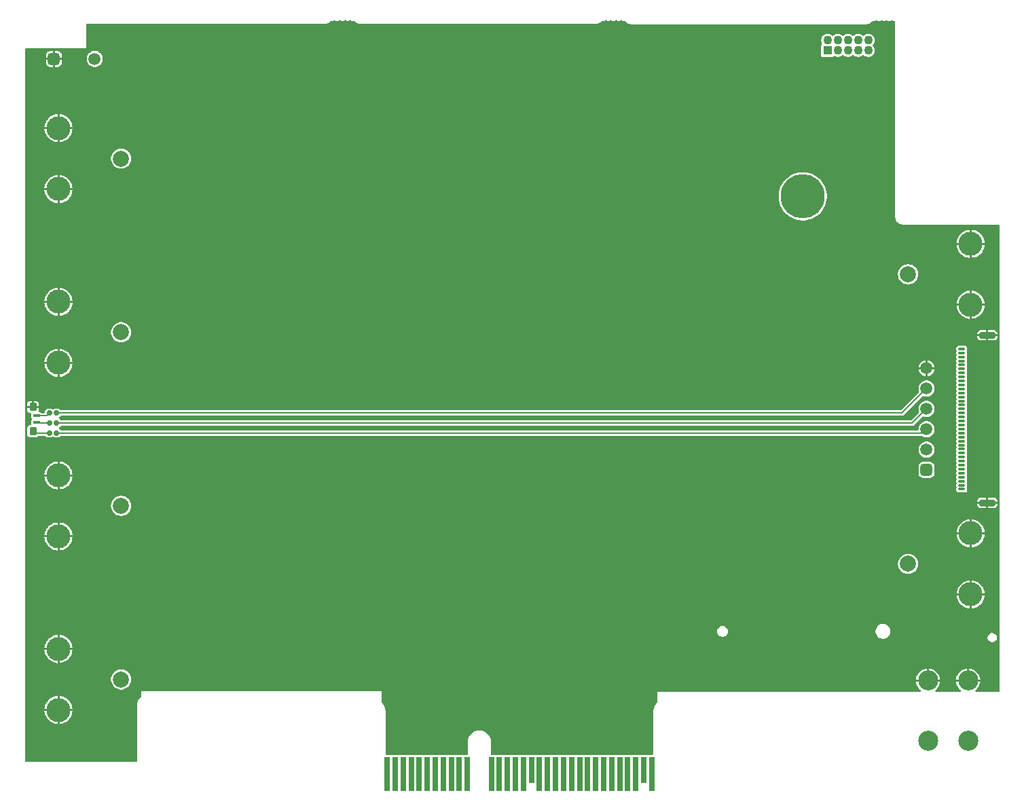
<source format=gbr>
%TF.GenerationSoftware,KiCad,Pcbnew,8.99.0-3402-gadd58faa30*%
%TF.CreationDate,2024-12-15T16:18:47-05:00*%
%TF.ProjectId,Thunderscope_Rev5_Mech_Model,5468756e-6465-4727-9363-6f70655f5265,rev?*%
%TF.SameCoordinates,Original*%
%TF.FileFunction,Copper,L1,Top*%
%TF.FilePolarity,Positive*%
%FSLAX46Y46*%
G04 Gerber Fmt 4.6, Leading zero omitted, Abs format (unit mm)*
G04 Created by KiCad (PCBNEW 8.99.0-3402-gadd58faa30) date 2024-12-15 16:18:47*
%MOMM*%
%LPD*%
G01*
G04 APERTURE LIST*
G04 Aperture macros list*
%AMRoundRect*
0 Rectangle with rounded corners*
0 $1 Rounding radius*
0 $2 $3 $4 $5 $6 $7 $8 $9 X,Y pos of 4 corners*
0 Add a 4 corners polygon primitive as box body*
4,1,4,$2,$3,$4,$5,$6,$7,$8,$9,$2,$3,0*
0 Add four circle primitives for the rounded corners*
1,1,$1+$1,$2,$3*
1,1,$1+$1,$4,$5*
1,1,$1+$1,$6,$7*
1,1,$1+$1,$8,$9*
0 Add four rect primitives between the rounded corners*
20,1,$1+$1,$2,$3,$4,$5,0*
20,1,$1+$1,$4,$5,$6,$7,0*
20,1,$1+$1,$6,$7,$8,$9,0*
20,1,$1+$1,$8,$9,$2,$3,0*%
G04 Aperture macros list end*
%TA.AperFunction,SMDPad,CuDef*%
%ADD10RoundRect,0.075000X0.350000X-0.075000X0.350000X0.075000X-0.350000X0.075000X-0.350000X-0.075000X0*%
%TD*%
%TA.AperFunction,SMDPad,CuDef*%
%ADD11RoundRect,0.200000X0.800000X-0.200000X0.800000X0.200000X-0.800000X0.200000X-0.800000X-0.200000X0*%
%TD*%
%TA.AperFunction,SMDPad,CuDef*%
%ADD12RoundRect,0.150000X-0.150000X0.150000X-0.150000X-0.150000X0.150000X-0.150000X0.150000X0.150000X0*%
%TD*%
%TA.AperFunction,ComponentPad*%
%ADD13C,1.090000*%
%TD*%
%TA.AperFunction,ComponentPad*%
%ADD14R,1.090000X1.090000*%
%TD*%
%TA.AperFunction,ComponentPad*%
%ADD15C,2.000000*%
%TD*%
%TA.AperFunction,ComponentPad*%
%ADD16C,3.000000*%
%TD*%
%TA.AperFunction,SMDPad,CuDef*%
%ADD17R,0.700000X4.200000*%
%TD*%
%TA.AperFunction,SMDPad,CuDef*%
%ADD18R,0.700000X3.200000*%
%TD*%
%TA.AperFunction,ComponentPad*%
%ADD19C,2.500000*%
%TD*%
%TA.AperFunction,ComponentPad*%
%ADD20C,5.500000*%
%TD*%
%TA.AperFunction,ComponentPad*%
%ADD21RoundRect,0.375000X-0.375000X-0.375000X0.375000X-0.375000X0.375000X0.375000X-0.375000X0.375000X0*%
%TD*%
%TA.AperFunction,ComponentPad*%
%ADD22C,1.500000*%
%TD*%
%TA.AperFunction,SMDPad,CuDef*%
%ADD23RoundRect,0.135000X0.315000X-0.365000X0.315000X0.365000X-0.315000X0.365000X-0.315000X-0.365000X0*%
%TD*%
%TA.AperFunction,SMDPad,CuDef*%
%ADD24RoundRect,0.060000X0.340000X-0.140000X0.340000X0.140000X-0.340000X0.140000X-0.340000X-0.140000X0*%
%TD*%
%TA.AperFunction,ComponentPad*%
%ADD25RoundRect,0.375000X0.375000X-0.375000X0.375000X0.375000X-0.375000X0.375000X-0.375000X-0.375000X0*%
%TD*%
%TA.AperFunction,Conductor*%
%ADD26C,0.152400*%
%TD*%
G04 APERTURE END LIST*
D10*
%TO.P,J6,1,1*%
%TO.N,unconnected-(J6-Pad1)*%
X204301095Y-115803600D03*
%TO.P,J6,2,2*%
%TO.N,unconnected-(J6-Pad2)*%
X204301095Y-115303600D03*
%TO.P,J6,3,3*%
%TO.N,unconnected-(J6-Pad3)*%
X204301095Y-114803600D03*
%TO.P,J6,4,4*%
%TO.N,unconnected-(J6-Pad4)*%
X204301095Y-114303600D03*
%TO.P,J6,5,5*%
%TO.N,unconnected-(J6-Pad5)*%
X204301095Y-113803600D03*
%TO.P,J6,6,6*%
%TO.N,unconnected-(J6-Pad6)*%
X204301095Y-113303600D03*
%TO.P,J6,7,7*%
%TO.N,unconnected-(J6-Pad7)*%
X204301095Y-112803600D03*
%TO.P,J6,8,8*%
%TO.N,unconnected-(J6-Pad8)*%
X204301095Y-112303600D03*
%TO.P,J6,9,9*%
%TO.N,unconnected-(J6-Pad9)*%
X204301095Y-111803600D03*
%TO.P,J6,10,10*%
%TO.N,unconnected-(J6-Pad10)*%
X204301095Y-111303600D03*
%TO.P,J6,11,11*%
%TO.N,unconnected-(J6-Pad11)*%
X204301095Y-110803600D03*
%TO.P,J6,12,12*%
%TO.N,unconnected-(J6-Pad12)*%
X204301095Y-110303600D03*
%TO.P,J6,13,13*%
%TO.N,unconnected-(J6-Pad13)*%
X204301095Y-109803600D03*
%TO.P,J6,14,14*%
%TO.N,unconnected-(J6-Pad14)*%
X204301095Y-109303600D03*
%TO.P,J6,15,15*%
%TO.N,unconnected-(J6-Pad15)*%
X204301095Y-108803600D03*
%TO.P,J6,16,16*%
%TO.N,unconnected-(J6-Pad16)*%
X204301095Y-108303600D03*
%TO.P,J6,17,17*%
%TO.N,unconnected-(J6-Pad17)*%
X204301095Y-107803600D03*
%TO.P,J6,18,18*%
%TO.N,unconnected-(J6-Pad18)*%
X204301095Y-107303600D03*
%TO.P,J6,19,19*%
%TO.N,unconnected-(J6-Pad19)*%
X204301095Y-106803600D03*
%TO.P,J6,20,20*%
%TO.N,unconnected-(J6-Pad20)*%
X204301095Y-106303600D03*
%TO.P,J6,21,21*%
%TO.N,unconnected-(J6-Pad21)*%
X204301095Y-105803600D03*
%TO.P,J6,22,22*%
%TO.N,unconnected-(J6-Pad22)*%
X204301095Y-105303600D03*
%TO.P,J6,23,23*%
%TO.N,unconnected-(J6-Pad23)*%
X204301095Y-104803600D03*
%TO.P,J6,24,24*%
%TO.N,unconnected-(J6-Pad24)*%
X204301095Y-104303600D03*
%TO.P,J6,25,25*%
%TO.N,unconnected-(J6-Pad25)*%
X204301095Y-103803600D03*
%TO.P,J6,26,26*%
%TO.N,unconnected-(J6-Pad26)*%
X204301095Y-103303600D03*
%TO.P,J6,27,27*%
%TO.N,unconnected-(J6-Pad27)*%
X204301095Y-102803600D03*
%TO.P,J6,28,28*%
%TO.N,unconnected-(J6-Pad28)*%
X204301095Y-102303600D03*
%TO.P,J6,29,29*%
%TO.N,unconnected-(J6-Pad29)*%
X204301095Y-101803600D03*
%TO.P,J6,30,30*%
%TO.N,unconnected-(J6-Pad30)*%
X204301095Y-101303600D03*
%TO.P,J6,31,31*%
%TO.N,unconnected-(J6-Pad31)*%
X204301095Y-100803600D03*
%TO.P,J6,32,32*%
%TO.N,unconnected-(J6-Pad32)*%
X204301095Y-100303600D03*
%TO.P,J6,33,33*%
%TO.N,unconnected-(J6-Pad33)*%
X204301095Y-99803600D03*
%TO.P,J6,34,34*%
%TO.N,unconnected-(J6-Pad34)*%
X204301095Y-99303600D03*
%TO.P,J6,35,35*%
%TO.N,unconnected-(J6-Pad35)*%
X204301095Y-98803600D03*
%TO.P,J6,36,36*%
%TO.N,unconnected-(J6-Pad36)*%
X204301095Y-98303600D03*
D11*
%TO.P,J6,SH1,SH1*%
%TO.N,GND*%
X207476095Y-117503600D03*
%TO.P,J6,SH2,SH2*%
X207476095Y-96603600D03*
%TD*%
D12*
%TO.P,R3,2,2*%
%TO.N,Net-(D1-R)*%
X90551085Y-108803600D03*
%TO.P,R3,1,1*%
%TO.N,/LED_R*%
X91451085Y-108803600D03*
%TD*%
%TO.P,R2,1,1*%
%TO.N,/LED_G*%
X91451085Y-106303600D03*
%TO.P,R2,2,2*%
%TO.N,Net-(D1-G)*%
X90551085Y-106303600D03*
%TD*%
%TO.P,R1,1,1*%
%TO.N,/LED_B*%
X91451085Y-107553600D03*
%TO.P,R1,2,2*%
%TO.N,Net-(D1-B)*%
X90551085Y-107553600D03*
%TD*%
D13*
%TO.P,J3,10,10*%
%TO.N,unconnected-(J3-Pad10)*%
X192641095Y-59818600D03*
%TO.P,J3,9,9*%
%TO.N,unconnected-(J3-Pad9)*%
X192641095Y-61088600D03*
%TO.P,J3,8,8*%
%TO.N,unconnected-(J3-Pad8)*%
X191371095Y-59818600D03*
%TO.P,J3,7,7*%
%TO.N,unconnected-(J3-Pad7)*%
X191371095Y-61088600D03*
%TO.P,J3,6,6*%
%TO.N,unconnected-(J3-Pad6)*%
X190101095Y-59818600D03*
%TO.P,J3,5,5*%
%TO.N,unconnected-(J3-Pad5)*%
X190101095Y-61088600D03*
%TO.P,J3,4,4*%
%TO.N,unconnected-(J3-Pad4)*%
X188831095Y-59818600D03*
%TO.P,J3,3,3*%
%TO.N,unconnected-(J3-Pad3)*%
X188831095Y-61088600D03*
%TO.P,J3,2,2*%
%TO.N,unconnected-(J3-Pad2)*%
X187561095Y-59818600D03*
D14*
%TO.P,J3,1,1*%
%TO.N,unconnected-(J3-Pad1)*%
X187561095Y-61088600D03*
%TD*%
D15*
%TO.P,J2,1,Signal*%
%TO.N,unconnected-(J2-Signal-Pad1)*%
X197601095Y-125103600D03*
D16*
%TO.P,J2,2,SHIELD*%
%TO.N,GND*%
X205401095Y-121303600D03*
X205401095Y-128903600D03*
%TD*%
D15*
%TO.P,J1002A1,1,Signal*%
%TO.N,unconnected-(J1002A1-Signal-Pad1)*%
X99476095Y-139528610D03*
D16*
%TO.P,J1002A1,2,SHIELD*%
%TO.N,GND*%
X91676095Y-143328610D03*
X91676095Y-135728610D03*
%TD*%
D17*
%TO.P,P1,B1,B1*%
%TO.N,unconnected-(P1-PadB1)*%
X132651095Y-151303600D03*
%TO.P,P1,B2,B2*%
%TO.N,unconnected-(P1-PadB2)*%
X133651095Y-151303600D03*
%TO.P,P1,B3,B3*%
%TO.N,unconnected-(P1-PadB3)*%
X134651095Y-151303600D03*
%TO.P,P1,B4,B4*%
%TO.N,unconnected-(P1-PadB4)*%
X135651095Y-151303600D03*
%TO.P,P1,B5,B5*%
%TO.N,unconnected-(P1-PadB5)*%
X136651095Y-151303600D03*
%TO.P,P1,B6,B6*%
%TO.N,unconnected-(P1-PadB6)*%
X137651095Y-151303600D03*
%TO.P,P1,B7,B7*%
%TO.N,unconnected-(P1-PadB7)*%
X138651095Y-151303600D03*
%TO.P,P1,B8,B8*%
%TO.N,unconnected-(P1-PadB8)*%
X139651095Y-151303600D03*
%TO.P,P1,B9,B9*%
%TO.N,unconnected-(P1-PadB9)*%
X140651095Y-151303600D03*
%TO.P,P1,B10,B10*%
%TO.N,unconnected-(P1-PadB10)*%
X141651095Y-151303600D03*
%TO.P,P1,B11,B11*%
%TO.N,unconnected-(P1-PadB11)*%
X142651095Y-151303600D03*
%TO.P,P1,B12,B12*%
%TO.N,unconnected-(P1-PadB12)*%
X145651095Y-151303600D03*
%TO.P,P1,B13,B13*%
%TO.N,unconnected-(P1-PadB13)*%
X146651095Y-151303600D03*
%TO.P,P1,B14,B14*%
%TO.N,unconnected-(P1-PadB14)*%
X147651095Y-151303600D03*
%TO.P,P1,B15,B15*%
%TO.N,unconnected-(P1-PadB15)*%
X148651095Y-151303600D03*
%TO.P,P1,B16,B16*%
%TO.N,unconnected-(P1-PadB16)*%
X149651095Y-151303600D03*
D18*
%TO.P,P1,B17,B17*%
%TO.N,unconnected-(P1-PadB17)*%
X150651095Y-150803600D03*
D17*
%TO.P,P1,B18,B18*%
%TO.N,unconnected-(P1-PadB18)*%
X151651095Y-151303600D03*
%TO.P,P1,B19,B19*%
%TO.N,unconnected-(P1-PadB19)*%
X152651095Y-151303600D03*
%TO.P,P1,B20,B20*%
%TO.N,unconnected-(P1-PadB20)*%
X153651095Y-151303600D03*
%TO.P,P1,B21,B21*%
%TO.N,unconnected-(P1-PadB21)*%
X154651095Y-151303600D03*
%TO.P,P1,B22,B22*%
%TO.N,unconnected-(P1-PadB22)*%
X155651095Y-151303600D03*
%TO.P,P1,B23,B23*%
%TO.N,unconnected-(P1-PadB23)*%
X156651095Y-151303600D03*
%TO.P,P1,B24,B24*%
%TO.N,unconnected-(P1-PadB24)*%
X157651095Y-151303600D03*
%TO.P,P1,B25,B25*%
%TO.N,unconnected-(P1-PadB25)*%
X158651095Y-151303600D03*
%TO.P,P1,B26,B26*%
%TO.N,unconnected-(P1-PadB26)*%
X159651095Y-151303600D03*
%TO.P,P1,B27,B27*%
%TO.N,unconnected-(P1-PadB27)*%
X160651095Y-151303600D03*
%TO.P,P1,B28,B28*%
%TO.N,unconnected-(P1-PadB28)*%
X161651095Y-151303600D03*
%TO.P,P1,B29,B29*%
%TO.N,unconnected-(P1-PadB29)*%
X162651095Y-151303600D03*
%TO.P,P1,B30,B30*%
%TO.N,unconnected-(P1-PadB30)*%
X163651105Y-151303600D03*
D18*
%TO.P,P1,B31,B31*%
%TO.N,unconnected-(P1-PadB31)*%
X164651105Y-150803600D03*
D17*
%TO.P,P1,B32,B32*%
%TO.N,unconnected-(P1-PadB32)*%
X165651095Y-151303600D03*
%TD*%
D19*
%TO.P,J11,1,1*%
%TO.N,GND*%
X200101095Y-147153600D03*
X205101095Y-147153600D03*
X200101095Y-139653600D03*
X205101095Y-139653600D03*
%TD*%
D20*
%TO.P,H1,MOUNTING-HOLE*%
%TO.N,N/C*%
X184476095Y-79278600D03*
%TD*%
D21*
%TO.P,J4,1,1*%
%TO.N,GND*%
X91111095Y-62153600D03*
D22*
%TO.P,J4,2,2*%
%TO.N,unconnected-(J4-Pad2)*%
X96191095Y-62153600D03*
%TD*%
D15*
%TO.P,J1,1,Signal*%
%TO.N,unconnected-(J1-Signal-Pad1)*%
X197601095Y-89003600D03*
D16*
%TO.P,J1,2,SHIELD*%
%TO.N,GND*%
X205401095Y-85203600D03*
X205401095Y-92803600D03*
%TD*%
D15*
%TO.P,J1002D1,1,Signal*%
%TO.N,unconnected-(J1002D1-Signal-Pad1)*%
X99476095Y-74578610D03*
D16*
%TO.P,J1002D1,2,SHIELD*%
%TO.N,GND*%
X91676095Y-78378610D03*
X91676095Y-70778610D03*
%TD*%
D23*
%TO.P,D1,1,R*%
%TO.N,Net-(D1-R)*%
X88500000Y-108553600D03*
%TO.P,D1,2,A*%
%TO.N,GND*%
X88500000Y-105553600D03*
D24*
%TO.P,D1,3,G*%
%TO.N,Net-(D1-G)*%
X88950000Y-106653600D03*
%TO.P,D1,4,B*%
%TO.N,Net-(D1-B)*%
X88950000Y-107453600D03*
%TD*%
D15*
%TO.P,J1002B1,1,Signal*%
%TO.N,unconnected-(J1002B1-Signal-Pad1)*%
X99476095Y-117878610D03*
D16*
%TO.P,J1002B1,2,SHIELD*%
%TO.N,GND*%
X91676095Y-121678610D03*
X91676095Y-114078610D03*
%TD*%
D15*
%TO.P,J1002C1,1,Signal*%
%TO.N,unconnected-(J1002C1-Signal-Pad1)*%
X99476095Y-96228610D03*
D16*
%TO.P,J1002C1,2,SHIELD*%
%TO.N,GND*%
X91676095Y-100028610D03*
X91676095Y-92428610D03*
%TD*%
D25*
%TO.P,J5,1,1*%
%TO.N,+VUSB*%
X199901095Y-113403600D03*
D22*
%TO.P,J5,2,2*%
%TO.N,unconnected-(J5-Pad2)*%
X199901095Y-110863600D03*
%TO.P,J5,3,3*%
%TO.N,/LED_R*%
X199901095Y-108323600D03*
%TO.P,J5,4,4*%
%TO.N,/LED_B*%
X199901095Y-105783600D03*
%TO.P,J5,5,5*%
%TO.N,/LED_G*%
X199901095Y-103243600D03*
%TO.P,J5,6,6*%
%TO.N,GND*%
X199901095Y-100703600D03*
%TD*%
D26*
%TO.N,/LED_G*%
X196841095Y-106303600D02*
X199901095Y-103243600D01*
X91451085Y-106303600D02*
X196841095Y-106303600D01*
%TO.N,/LED_B*%
X198131095Y-107553600D02*
X199901095Y-105783600D01*
X91451085Y-107553600D02*
X198131095Y-107553600D01*
%TO.N,/LED_R*%
X199421095Y-108803600D02*
X199901095Y-108323600D01*
X91451085Y-108803600D02*
X199421095Y-108803600D01*
%TO.N,Net-(D1-R)*%
X88750000Y-108803600D02*
X88500000Y-108553600D01*
X90551085Y-108803600D02*
X88750000Y-108803600D01*
%TO.N,Net-(D1-B)*%
X89050000Y-107553600D02*
X88950000Y-107453600D01*
X90551085Y-107553600D02*
X89050000Y-107553600D01*
%TO.N,Net-(D1-G)*%
X90551085Y-106303600D02*
X90201085Y-106653600D01*
X90201085Y-106653600D02*
X88950000Y-106653600D01*
%TD*%
%TA.AperFunction,Conductor*%
%TO.N,GND*%
G36*
X160595122Y-57292743D02*
G01*
X160640185Y-57321704D01*
X160676138Y-57357657D01*
X160676143Y-57357661D01*
X160676145Y-57357663D01*
X160748544Y-57399463D01*
X160829295Y-57421100D01*
X160829297Y-57421100D01*
X160912893Y-57421100D01*
X160912895Y-57421100D01*
X160993646Y-57399463D01*
X161066045Y-57357663D01*
X161077015Y-57346693D01*
X161102000Y-57321709D01*
X161164312Y-57287683D01*
X161235127Y-57292748D01*
X161280190Y-57321709D01*
X161316138Y-57357657D01*
X161316143Y-57357661D01*
X161316145Y-57357663D01*
X161388544Y-57399463D01*
X161469295Y-57421100D01*
X161469297Y-57421100D01*
X161552893Y-57421100D01*
X161552895Y-57421100D01*
X161633646Y-57399463D01*
X161706045Y-57357663D01*
X161717015Y-57346693D01*
X161742000Y-57321709D01*
X161804312Y-57287683D01*
X161875127Y-57292748D01*
X161920190Y-57321709D01*
X161956138Y-57357657D01*
X161956143Y-57357661D01*
X161956145Y-57357663D01*
X162028544Y-57399463D01*
X162109295Y-57421100D01*
X162109297Y-57421100D01*
X162192893Y-57421100D01*
X162192895Y-57421100D01*
X162237261Y-57409212D01*
X162308236Y-57410902D01*
X162367032Y-57450696D01*
X162370424Y-57454991D01*
X162408460Y-57505363D01*
X162408465Y-57505369D01*
X162545448Y-57630256D01*
X162545451Y-57630258D01*
X162703051Y-57727853D01*
X162703053Y-57727854D01*
X162739741Y-57742070D01*
X162875903Y-57794831D01*
X163058118Y-57828908D01*
X163084981Y-57828910D01*
X163085005Y-57828917D01*
X163155335Y-57828917D01*
X163216698Y-57828923D01*
X163216700Y-57828922D01*
X163226298Y-57828923D01*
X163226388Y-57828917D01*
X192285205Y-57829088D01*
X192285208Y-57829089D01*
X192298898Y-57829089D01*
X192298973Y-57829111D01*
X192351100Y-57829111D01*
X192443809Y-57829111D01*
X192443811Y-57829111D01*
X192626076Y-57795040D01*
X192798977Y-57728057D01*
X192956625Y-57630445D01*
X192956627Y-57630442D01*
X192956630Y-57630441D01*
X193093650Y-57505531D01*
X193093650Y-57505529D01*
X193093654Y-57505527D01*
X193116115Y-57475782D01*
X193173127Y-57433475D01*
X193243963Y-57428706D01*
X193249261Y-57430003D01*
X193309295Y-57446089D01*
X193309297Y-57446089D01*
X193392893Y-57446089D01*
X193392895Y-57446089D01*
X193473646Y-57424452D01*
X193546045Y-57382652D01*
X193558861Y-57369836D01*
X193582000Y-57346698D01*
X193644312Y-57312672D01*
X193715127Y-57317737D01*
X193760190Y-57346698D01*
X193796138Y-57382646D01*
X193796143Y-57382650D01*
X193796145Y-57382652D01*
X193796146Y-57382653D01*
X193796148Y-57382654D01*
X193834875Y-57405013D01*
X193868544Y-57424452D01*
X193949295Y-57446089D01*
X193949297Y-57446089D01*
X194032893Y-57446089D01*
X194032895Y-57446089D01*
X194113646Y-57424452D01*
X194186045Y-57382652D01*
X194198861Y-57369836D01*
X194222005Y-57346693D01*
X194284317Y-57312667D01*
X194355132Y-57317732D01*
X194400195Y-57346693D01*
X194436148Y-57382646D01*
X194436153Y-57382650D01*
X194436155Y-57382652D01*
X194436156Y-57382653D01*
X194436158Y-57382654D01*
X194474885Y-57405013D01*
X194508554Y-57424452D01*
X194589305Y-57446089D01*
X194589307Y-57446089D01*
X194672903Y-57446089D01*
X194672905Y-57446089D01*
X194753656Y-57424452D01*
X194826055Y-57382652D01*
X194838871Y-57369836D01*
X194862010Y-57346698D01*
X194924322Y-57312672D01*
X194995137Y-57317737D01*
X195040200Y-57346698D01*
X195076148Y-57382646D01*
X195076153Y-57382650D01*
X195076155Y-57382652D01*
X195076156Y-57382653D01*
X195076158Y-57382654D01*
X195114885Y-57405013D01*
X195148554Y-57424452D01*
X195229305Y-57446089D01*
X195229307Y-57446089D01*
X195312903Y-57446089D01*
X195312905Y-57446089D01*
X195393656Y-57424452D01*
X195466055Y-57382652D01*
X195478871Y-57369836D01*
X195502010Y-57346698D01*
X195564322Y-57312672D01*
X195635137Y-57317737D01*
X195680200Y-57346698D01*
X195716148Y-57382646D01*
X195716153Y-57382650D01*
X195716155Y-57382652D01*
X195716156Y-57382653D01*
X195716158Y-57382654D01*
X195754885Y-57405013D01*
X195788554Y-57424452D01*
X195869305Y-57446089D01*
X195869307Y-57446089D01*
X195874595Y-57446089D01*
X195942716Y-57466091D01*
X195989209Y-57519747D01*
X196000595Y-57572089D01*
X196000595Y-81877672D01*
X196000599Y-81877733D01*
X196000599Y-81891121D01*
X196030996Y-82063524D01*
X196030996Y-82063525D01*
X196090870Y-82228034D01*
X196090871Y-82228036D01*
X196178404Y-82379650D01*
X196247770Y-82462318D01*
X196290930Y-82513756D01*
X196425036Y-82626287D01*
X196576646Y-82713821D01*
X196704255Y-82760268D01*
X196741147Y-82773696D01*
X196741153Y-82773698D01*
X196913558Y-82804099D01*
X196925042Y-82804099D01*
X196935200Y-82804099D01*
X196935203Y-82804100D01*
X197001090Y-82804100D01*
X197066982Y-82804101D01*
X197066986Y-82804100D01*
X202935176Y-82804100D01*
X208875095Y-82804100D01*
X208943216Y-82824102D01*
X208989709Y-82877758D01*
X209001095Y-82930100D01*
X209001095Y-140927600D01*
X208981093Y-140995721D01*
X208927437Y-141042214D01*
X208875095Y-141053600D01*
X206120706Y-141053600D01*
X206052585Y-141033598D01*
X206006092Y-140979942D01*
X205995988Y-140909668D01*
X206025482Y-140845088D01*
X206046644Y-140825664D01*
X206080891Y-140800781D01*
X206248277Y-140633395D01*
X206248279Y-140633392D01*
X206387428Y-140441871D01*
X206494905Y-140230937D01*
X206494908Y-140230931D01*
X206568060Y-140005793D01*
X206603727Y-139780600D01*
X206044445Y-139780600D01*
X206051095Y-139747167D01*
X206051095Y-139560033D01*
X206044445Y-139526600D01*
X206603727Y-139526600D01*
X206568060Y-139301406D01*
X206494908Y-139076268D01*
X206494905Y-139076262D01*
X206387428Y-138865328D01*
X206248279Y-138673807D01*
X206248277Y-138673804D01*
X206080890Y-138506417D01*
X206080887Y-138506415D01*
X205889366Y-138367266D01*
X205678432Y-138259789D01*
X205678426Y-138259786D01*
X205453288Y-138186634D01*
X205228095Y-138150967D01*
X205228095Y-138710250D01*
X205194662Y-138703600D01*
X205007528Y-138703600D01*
X204974095Y-138710250D01*
X204974095Y-138150967D01*
X204748901Y-138186634D01*
X204523763Y-138259786D01*
X204523757Y-138259789D01*
X204312823Y-138367266D01*
X204121302Y-138506415D01*
X204121299Y-138506417D01*
X203953912Y-138673804D01*
X203953910Y-138673807D01*
X203814761Y-138865328D01*
X203707284Y-139076262D01*
X203707281Y-139076268D01*
X203634129Y-139301406D01*
X203598463Y-139526600D01*
X204157745Y-139526600D01*
X204151095Y-139560033D01*
X204151095Y-139747167D01*
X204157745Y-139780600D01*
X203598463Y-139780600D01*
X203634129Y-140005793D01*
X203707281Y-140230931D01*
X203707284Y-140230937D01*
X203814761Y-140441871D01*
X203953910Y-140633392D01*
X203953912Y-140633395D01*
X204121298Y-140800781D01*
X204155546Y-140825664D01*
X204198899Y-140881887D01*
X204204974Y-140952623D01*
X204171842Y-141015415D01*
X204110022Y-141050326D01*
X204081484Y-141053600D01*
X201120706Y-141053600D01*
X201052585Y-141033598D01*
X201006092Y-140979942D01*
X200995988Y-140909668D01*
X201025482Y-140845088D01*
X201046644Y-140825664D01*
X201080891Y-140800781D01*
X201248277Y-140633395D01*
X201248279Y-140633392D01*
X201387428Y-140441871D01*
X201494905Y-140230937D01*
X201494908Y-140230931D01*
X201568060Y-140005793D01*
X201603727Y-139780600D01*
X201044445Y-139780600D01*
X201051095Y-139747167D01*
X201051095Y-139560033D01*
X201044445Y-139526600D01*
X201603727Y-139526600D01*
X201568060Y-139301406D01*
X201494908Y-139076268D01*
X201494905Y-139076262D01*
X201387428Y-138865328D01*
X201248279Y-138673807D01*
X201248277Y-138673804D01*
X201080890Y-138506417D01*
X201080887Y-138506415D01*
X200889366Y-138367266D01*
X200678432Y-138259789D01*
X200678426Y-138259786D01*
X200453288Y-138186634D01*
X200228095Y-138150967D01*
X200228095Y-138710250D01*
X200194662Y-138703600D01*
X200007528Y-138703600D01*
X199974095Y-138710250D01*
X199974095Y-138150967D01*
X199748901Y-138186634D01*
X199523763Y-138259786D01*
X199523757Y-138259789D01*
X199312823Y-138367266D01*
X199121302Y-138506415D01*
X199121299Y-138506417D01*
X198953912Y-138673804D01*
X198953910Y-138673807D01*
X198814761Y-138865328D01*
X198707284Y-139076262D01*
X198707281Y-139076268D01*
X198634129Y-139301406D01*
X198598463Y-139526600D01*
X199157745Y-139526600D01*
X199151095Y-139560033D01*
X199151095Y-139747167D01*
X199157745Y-139780600D01*
X198598463Y-139780600D01*
X198634129Y-140005793D01*
X198707281Y-140230931D01*
X198707284Y-140230937D01*
X198814761Y-140441871D01*
X198953910Y-140633392D01*
X198953912Y-140633395D01*
X199121298Y-140800781D01*
X199155546Y-140825664D01*
X199198899Y-140881887D01*
X199204974Y-140952623D01*
X199171842Y-141015415D01*
X199110022Y-141050326D01*
X199081484Y-141053600D01*
X166301095Y-141053600D01*
X166301095Y-142393179D01*
X166281093Y-142461300D01*
X166277031Y-142467240D01*
X166158732Y-142630064D01*
X166017759Y-142886493D01*
X165910037Y-143158567D01*
X165910035Y-143158573D01*
X165837272Y-143441968D01*
X165837267Y-143441996D01*
X165800596Y-143732277D01*
X165800595Y-143732296D01*
X165800595Y-148823100D01*
X165780593Y-148891221D01*
X165726937Y-148937714D01*
X165674595Y-148949100D01*
X165276031Y-148949100D01*
X165276021Y-148949101D01*
X165201792Y-148963866D01*
X165199311Y-148964894D01*
X165193470Y-148965521D01*
X165189622Y-148966287D01*
X165189553Y-148965942D01*
X165128721Y-148972479D01*
X165102886Y-148964892D01*
X165100411Y-148963867D01*
X165026173Y-148949100D01*
X164276041Y-148949100D01*
X164276031Y-148949101D01*
X164201800Y-148963866D01*
X164199313Y-148964897D01*
X164193460Y-148965525D01*
X164189633Y-148966287D01*
X164189564Y-148965944D01*
X164128722Y-148972480D01*
X164102891Y-148964895D01*
X164100407Y-148963866D01*
X164026173Y-148949100D01*
X163276041Y-148949100D01*
X163276031Y-148949101D01*
X163201798Y-148963867D01*
X163199307Y-148964899D01*
X163193445Y-148965528D01*
X163189633Y-148966287D01*
X163189565Y-148965945D01*
X163128717Y-148972482D01*
X163102887Y-148964897D01*
X163100399Y-148963866D01*
X163026163Y-148949100D01*
X162276031Y-148949100D01*
X162276021Y-148949101D01*
X162201790Y-148963866D01*
X162199303Y-148964897D01*
X162193450Y-148965525D01*
X162189623Y-148966287D01*
X162189554Y-148965944D01*
X162128712Y-148972480D01*
X162102881Y-148964895D01*
X162100397Y-148963866D01*
X162026163Y-148949100D01*
X161276031Y-148949100D01*
X161276021Y-148949101D01*
X161201790Y-148963866D01*
X161199303Y-148964897D01*
X161193450Y-148965525D01*
X161189623Y-148966287D01*
X161189554Y-148965944D01*
X161128712Y-148972480D01*
X161102881Y-148964895D01*
X161100397Y-148963866D01*
X161026163Y-148949100D01*
X160276031Y-148949100D01*
X160276021Y-148949101D01*
X160201790Y-148963866D01*
X160199303Y-148964897D01*
X160193450Y-148965525D01*
X160189623Y-148966287D01*
X160189554Y-148965944D01*
X160128712Y-148972480D01*
X160102881Y-148964895D01*
X160100397Y-148963866D01*
X160026163Y-148949100D01*
X159276031Y-148949100D01*
X159276021Y-148949101D01*
X159201790Y-148963866D01*
X159199303Y-148964897D01*
X159193450Y-148965525D01*
X159189623Y-148966287D01*
X159189554Y-148965944D01*
X159128712Y-148972480D01*
X159102881Y-148964895D01*
X159100397Y-148963866D01*
X159026163Y-148949100D01*
X158276031Y-148949100D01*
X158276021Y-148949101D01*
X158201790Y-148963866D01*
X158199303Y-148964897D01*
X158193450Y-148965525D01*
X158189623Y-148966287D01*
X158189554Y-148965944D01*
X158128712Y-148972480D01*
X158102881Y-148964895D01*
X158100397Y-148963866D01*
X158026163Y-148949100D01*
X157276031Y-148949100D01*
X157276021Y-148949101D01*
X157201790Y-148963866D01*
X157199303Y-148964897D01*
X157193450Y-148965525D01*
X157189623Y-148966287D01*
X157189554Y-148965944D01*
X157128712Y-148972480D01*
X157102881Y-148964895D01*
X157100397Y-148963866D01*
X157026163Y-148949100D01*
X156276031Y-148949100D01*
X156276021Y-148949101D01*
X156201790Y-148963866D01*
X156199303Y-148964897D01*
X156193450Y-148965525D01*
X156189623Y-148966287D01*
X156189554Y-148965944D01*
X156128712Y-148972480D01*
X156102881Y-148964895D01*
X156100397Y-148963866D01*
X156026163Y-148949100D01*
X155276031Y-148949100D01*
X155276021Y-148949101D01*
X155201790Y-148963866D01*
X155199303Y-148964897D01*
X155193450Y-148965525D01*
X155189623Y-148966287D01*
X155189554Y-148965944D01*
X155128712Y-148972480D01*
X155102881Y-148964895D01*
X155100397Y-148963866D01*
X155026163Y-148949100D01*
X154276031Y-148949100D01*
X154276021Y-148949101D01*
X154201790Y-148963866D01*
X154199303Y-148964897D01*
X154193450Y-148965525D01*
X154189623Y-148966287D01*
X154189554Y-148965944D01*
X154128712Y-148972480D01*
X154102881Y-148964895D01*
X154100397Y-148963866D01*
X154026163Y-148949100D01*
X153276031Y-148949100D01*
X153276021Y-148949101D01*
X153201790Y-148963866D01*
X153199303Y-148964897D01*
X153193450Y-148965525D01*
X153189623Y-148966287D01*
X153189554Y-148965944D01*
X153128712Y-148972480D01*
X153102881Y-148964895D01*
X153100397Y-148963866D01*
X153026163Y-148949100D01*
X152276031Y-148949100D01*
X152276021Y-148949101D01*
X152201790Y-148963866D01*
X152199303Y-148964897D01*
X152193450Y-148965525D01*
X152189623Y-148966287D01*
X152189554Y-148965944D01*
X152128712Y-148972480D01*
X152102881Y-148964895D01*
X152100397Y-148963866D01*
X152026163Y-148949100D01*
X151276031Y-148949100D01*
X151276021Y-148949101D01*
X151201790Y-148963866D01*
X151199303Y-148964897D01*
X151193450Y-148965525D01*
X151189623Y-148966287D01*
X151189554Y-148965944D01*
X151128712Y-148972480D01*
X151102881Y-148964895D01*
X151100397Y-148963866D01*
X151026163Y-148949100D01*
X150276031Y-148949100D01*
X150276021Y-148949101D01*
X150201790Y-148963866D01*
X150199303Y-148964897D01*
X150193450Y-148965525D01*
X150189623Y-148966287D01*
X150189554Y-148965944D01*
X150128712Y-148972480D01*
X150102881Y-148964895D01*
X150100397Y-148963866D01*
X150026163Y-148949100D01*
X149276031Y-148949100D01*
X149276021Y-148949101D01*
X149201790Y-148963866D01*
X149199303Y-148964897D01*
X149193450Y-148965525D01*
X149189623Y-148966287D01*
X149189554Y-148965944D01*
X149128712Y-148972480D01*
X149102881Y-148964895D01*
X149100397Y-148963866D01*
X149026163Y-148949100D01*
X148276031Y-148949100D01*
X148276021Y-148949101D01*
X148201790Y-148963866D01*
X148199303Y-148964897D01*
X148193450Y-148965525D01*
X148189623Y-148966287D01*
X148189554Y-148965944D01*
X148128712Y-148972480D01*
X148102881Y-148964895D01*
X148100397Y-148963866D01*
X148026163Y-148949100D01*
X147276031Y-148949100D01*
X147276021Y-148949101D01*
X147201790Y-148963866D01*
X147199303Y-148964897D01*
X147193450Y-148965525D01*
X147189623Y-148966287D01*
X147189554Y-148965944D01*
X147128712Y-148972480D01*
X147102881Y-148964895D01*
X147100397Y-148963866D01*
X147026163Y-148949100D01*
X146276031Y-148949100D01*
X146276021Y-148949101D01*
X146201790Y-148963866D01*
X146199303Y-148964897D01*
X146193450Y-148965525D01*
X146189623Y-148966287D01*
X146189554Y-148965944D01*
X146128712Y-148972480D01*
X146102881Y-148964895D01*
X146100397Y-148963866D01*
X146026164Y-148949100D01*
X146026162Y-148949100D01*
X145727595Y-148949100D01*
X145659474Y-148929098D01*
X145612981Y-148875442D01*
X145601595Y-148823100D01*
X145601595Y-147239446D01*
X145601249Y-147237261D01*
X145565879Y-147013940D01*
X145495326Y-146796801D01*
X145391674Y-146593372D01*
X145257474Y-146408663D01*
X145257472Y-146408660D01*
X145096034Y-146247222D01*
X144911326Y-146113023D01*
X144911325Y-146113022D01*
X144911323Y-146113021D01*
X144707894Y-146009369D01*
X144490755Y-145938816D01*
X144265252Y-145903100D01*
X144036938Y-145903100D01*
X143811435Y-145938816D01*
X143811432Y-145938816D01*
X143811431Y-145938817D01*
X143594296Y-146009369D01*
X143594294Y-146009370D01*
X143390863Y-146113023D01*
X143206155Y-146247222D01*
X143044717Y-146408660D01*
X142910518Y-146593368D01*
X142910516Y-146593372D01*
X142806864Y-146796801D01*
X142736311Y-147013940D01*
X142718112Y-147128850D01*
X142700595Y-147239446D01*
X142700595Y-148823100D01*
X142680593Y-148891221D01*
X142626937Y-148937714D01*
X142574595Y-148949100D01*
X142276031Y-148949100D01*
X142276021Y-148949101D01*
X142201790Y-148963866D01*
X142199303Y-148964897D01*
X142193450Y-148965525D01*
X142189623Y-148966287D01*
X142189554Y-148965944D01*
X142128712Y-148972480D01*
X142102881Y-148964895D01*
X142100397Y-148963866D01*
X142026163Y-148949100D01*
X141276031Y-148949100D01*
X141276021Y-148949101D01*
X141201790Y-148963866D01*
X141199303Y-148964897D01*
X141193450Y-148965525D01*
X141189623Y-148966287D01*
X141189554Y-148965944D01*
X141128712Y-148972480D01*
X141102881Y-148964895D01*
X141100397Y-148963866D01*
X141026163Y-148949100D01*
X140276031Y-148949100D01*
X140276021Y-148949101D01*
X140201790Y-148963866D01*
X140199303Y-148964897D01*
X140193450Y-148965525D01*
X140189623Y-148966287D01*
X140189554Y-148965944D01*
X140128712Y-148972480D01*
X140102881Y-148964895D01*
X140100397Y-148963866D01*
X140026163Y-148949100D01*
X139276031Y-148949100D01*
X139276021Y-148949101D01*
X139201790Y-148963866D01*
X139199303Y-148964897D01*
X139193450Y-148965525D01*
X139189623Y-148966287D01*
X139189554Y-148965944D01*
X139128712Y-148972480D01*
X139102881Y-148964895D01*
X139100397Y-148963866D01*
X139026163Y-148949100D01*
X138276031Y-148949100D01*
X138276021Y-148949101D01*
X138201790Y-148963866D01*
X138199303Y-148964897D01*
X138193450Y-148965525D01*
X138189623Y-148966287D01*
X138189554Y-148965944D01*
X138128712Y-148972480D01*
X138102881Y-148964895D01*
X138100397Y-148963866D01*
X138026163Y-148949100D01*
X137276031Y-148949100D01*
X137276021Y-148949101D01*
X137201790Y-148963866D01*
X137199303Y-148964897D01*
X137193450Y-148965525D01*
X137189623Y-148966287D01*
X137189554Y-148965944D01*
X137128712Y-148972480D01*
X137102881Y-148964895D01*
X137100397Y-148963866D01*
X137026163Y-148949100D01*
X136276031Y-148949100D01*
X136276021Y-148949101D01*
X136201790Y-148963866D01*
X136199303Y-148964897D01*
X136193450Y-148965525D01*
X136189623Y-148966287D01*
X136189554Y-148965944D01*
X136128712Y-148972480D01*
X136102881Y-148964895D01*
X136100397Y-148963866D01*
X136026163Y-148949100D01*
X135276031Y-148949100D01*
X135276021Y-148949101D01*
X135201790Y-148963866D01*
X135199303Y-148964897D01*
X135193450Y-148965525D01*
X135189623Y-148966287D01*
X135189554Y-148965944D01*
X135128712Y-148972480D01*
X135102881Y-148964895D01*
X135100397Y-148963866D01*
X135026163Y-148949100D01*
X134276031Y-148949100D01*
X134276021Y-148949101D01*
X134201790Y-148963866D01*
X134199303Y-148964897D01*
X134193450Y-148965525D01*
X134189623Y-148966287D01*
X134189554Y-148965944D01*
X134128712Y-148972480D01*
X134102881Y-148964895D01*
X134100397Y-148963866D01*
X134026163Y-148949100D01*
X133276031Y-148949100D01*
X133276021Y-148949101D01*
X133201790Y-148963866D01*
X133199303Y-148964897D01*
X133193450Y-148965525D01*
X133189623Y-148966287D01*
X133189554Y-148965944D01*
X133128712Y-148972480D01*
X133102881Y-148964895D01*
X133100397Y-148963866D01*
X133026164Y-148949100D01*
X133026162Y-148949100D01*
X132627595Y-148949100D01*
X132559474Y-148929098D01*
X132512981Y-148875442D01*
X132501595Y-148823100D01*
X132501595Y-143732296D01*
X132501593Y-143732277D01*
X132493918Y-143671525D01*
X132464921Y-143441983D01*
X132415168Y-143248208D01*
X132392154Y-143158573D01*
X132392152Y-143158567D01*
X132392151Y-143158565D01*
X132392150Y-143158560D01*
X132284431Y-142886493D01*
X132143462Y-142630071D01*
X132100835Y-142571400D01*
X132025159Y-142467240D01*
X132001300Y-142400372D01*
X132001095Y-142393179D01*
X132001095Y-141003220D01*
X102001085Y-141003229D01*
X102001085Y-141003230D01*
X102001090Y-141614299D01*
X101981088Y-141682420D01*
X101938080Y-141723425D01*
X101925090Y-141730922D01*
X101925088Y-141730924D01*
X101790972Y-141843437D01*
X101790970Y-141843439D01*
X101678429Y-141977537D01*
X101590884Y-142129149D01*
X101531001Y-142293651D01*
X101530999Y-142293661D01*
X101500596Y-142466057D01*
X101500596Y-142482494D01*
X101500596Y-142487702D01*
X101500595Y-142487708D01*
X101500595Y-142531040D01*
X101500595Y-142545897D01*
X101500595Y-142553594D01*
X101500594Y-142629635D01*
X101500595Y-142629648D01*
X101500595Y-149677600D01*
X101480593Y-149745721D01*
X101426937Y-149792214D01*
X101374595Y-149803600D01*
X98105033Y-149803600D01*
X98104427Y-149803599D01*
X98096265Y-149803559D01*
X98093801Y-149803099D01*
X98001090Y-149803100D01*
X91074715Y-149803100D01*
X91074698Y-149803099D01*
X91066982Y-149803099D01*
X91001090Y-149803100D01*
X90907947Y-149803100D01*
X90897171Y-149803600D01*
X87627595Y-149803600D01*
X87559474Y-149783598D01*
X87512981Y-149729942D01*
X87501595Y-149677600D01*
X87501595Y-143201609D01*
X89923679Y-143201609D01*
X89923680Y-143201610D01*
X90783725Y-143201610D01*
X90776095Y-143239968D01*
X90776095Y-143417252D01*
X90783725Y-143455610D01*
X89923680Y-143455610D01*
X89952104Y-143671525D01*
X89952105Y-143671528D01*
X90011615Y-143893624D01*
X90099602Y-144106045D01*
X90099607Y-144106054D01*
X90214565Y-144305167D01*
X90354538Y-144487584D01*
X90354547Y-144487594D01*
X90517110Y-144650157D01*
X90517120Y-144650166D01*
X90699537Y-144790139D01*
X90898650Y-144905097D01*
X90898659Y-144905102D01*
X91111080Y-144993089D01*
X91333176Y-145052599D01*
X91333179Y-145052600D01*
X91549094Y-145081025D01*
X91549095Y-145081024D01*
X91549095Y-144220980D01*
X91587453Y-144228610D01*
X91764737Y-144228610D01*
X91803095Y-144220980D01*
X91803095Y-145081025D01*
X92019010Y-145052600D01*
X92019013Y-145052599D01*
X92241109Y-144993089D01*
X92453530Y-144905102D01*
X92453539Y-144905097D01*
X92652652Y-144790139D01*
X92835069Y-144650166D01*
X92835079Y-144650157D01*
X92997642Y-144487594D01*
X92997651Y-144487584D01*
X93137624Y-144305167D01*
X93252582Y-144106054D01*
X93252587Y-144106045D01*
X93340574Y-143893624D01*
X93400084Y-143671528D01*
X93400085Y-143671525D01*
X93428510Y-143455610D01*
X92568465Y-143455610D01*
X92576095Y-143417252D01*
X92576095Y-143239968D01*
X92568465Y-143201610D01*
X93428510Y-143201610D01*
X93428510Y-143201609D01*
X93400085Y-142985694D01*
X93400084Y-142985691D01*
X93340574Y-142763595D01*
X93252587Y-142551174D01*
X93252582Y-142551165D01*
X93137624Y-142352052D01*
X92997651Y-142169635D01*
X92997642Y-142169625D01*
X92835079Y-142007062D01*
X92835069Y-142007053D01*
X92652652Y-141867080D01*
X92453539Y-141752122D01*
X92453530Y-141752117D01*
X92241109Y-141664130D01*
X92019010Y-141604619D01*
X91803095Y-141576193D01*
X91803095Y-142436239D01*
X91764737Y-142428610D01*
X91587453Y-142428610D01*
X91549095Y-142436239D01*
X91549095Y-141576194D01*
X91549094Y-141576193D01*
X91333179Y-141604619D01*
X91111080Y-141664130D01*
X90898659Y-141752117D01*
X90898650Y-141752122D01*
X90699537Y-141867080D01*
X90517120Y-142007053D01*
X90517110Y-142007062D01*
X90354547Y-142169625D01*
X90354538Y-142169635D01*
X90214565Y-142352052D01*
X90099607Y-142551165D01*
X90099602Y-142551174D01*
X90011615Y-142763595D01*
X89952105Y-142985691D01*
X89952104Y-142985694D01*
X89923679Y-143201609D01*
X87501595Y-143201609D01*
X87501595Y-139429879D01*
X98221595Y-139429879D01*
X98221595Y-139627341D01*
X98240574Y-139747167D01*
X98252486Y-139822378D01*
X98313502Y-140010166D01*
X98313504Y-140010171D01*
X98403151Y-140186111D01*
X98519216Y-140345862D01*
X98519218Y-140345864D01*
X98519220Y-140345867D01*
X98658837Y-140485484D01*
X98658840Y-140485486D01*
X98658843Y-140485489D01*
X98818594Y-140601554D01*
X98994534Y-140691201D01*
X99182332Y-140752220D01*
X99377364Y-140783110D01*
X99377367Y-140783110D01*
X99574823Y-140783110D01*
X99574826Y-140783110D01*
X99769858Y-140752220D01*
X99957656Y-140691201D01*
X100133596Y-140601554D01*
X100293347Y-140485489D01*
X100432974Y-140345862D01*
X100549039Y-140186111D01*
X100638686Y-140010171D01*
X100699705Y-139822373D01*
X100730595Y-139627341D01*
X100730595Y-139429879D01*
X100699705Y-139234847D01*
X100638686Y-139047049D01*
X100549039Y-138871109D01*
X100432974Y-138711358D01*
X100432971Y-138711355D01*
X100432969Y-138711352D01*
X100293352Y-138571735D01*
X100293349Y-138571733D01*
X100293347Y-138571731D01*
X100133596Y-138455666D01*
X99957656Y-138366019D01*
X99957653Y-138366018D01*
X99957651Y-138366017D01*
X99769863Y-138305001D01*
X99769859Y-138305000D01*
X99769858Y-138305000D01*
X99574826Y-138274110D01*
X99377364Y-138274110D01*
X99182332Y-138305000D01*
X99182326Y-138305001D01*
X98994538Y-138366017D01*
X98994532Y-138366020D01*
X98818590Y-138455668D01*
X98658840Y-138571733D01*
X98658837Y-138571735D01*
X98519220Y-138711352D01*
X98519218Y-138711355D01*
X98403153Y-138871105D01*
X98313505Y-139047047D01*
X98313502Y-139047053D01*
X98252486Y-139234841D01*
X98252485Y-139234846D01*
X98252485Y-139234847D01*
X98221595Y-139429879D01*
X87501595Y-139429879D01*
X87501595Y-135601609D01*
X89923679Y-135601609D01*
X89923680Y-135601610D01*
X90783725Y-135601610D01*
X90776095Y-135639968D01*
X90776095Y-135817252D01*
X90783725Y-135855610D01*
X89923680Y-135855610D01*
X89952104Y-136071525D01*
X89952105Y-136071528D01*
X90011615Y-136293624D01*
X90099602Y-136506045D01*
X90099607Y-136506054D01*
X90214565Y-136705167D01*
X90354538Y-136887584D01*
X90354547Y-136887594D01*
X90517110Y-137050157D01*
X90517120Y-137050166D01*
X90699537Y-137190139D01*
X90898650Y-137305097D01*
X90898659Y-137305102D01*
X91111080Y-137393089D01*
X91333176Y-137452599D01*
X91333179Y-137452600D01*
X91549094Y-137481025D01*
X91549095Y-137481024D01*
X91549095Y-136620980D01*
X91587453Y-136628610D01*
X91764737Y-136628610D01*
X91803095Y-136620980D01*
X91803095Y-137481025D01*
X92019010Y-137452600D01*
X92019013Y-137452599D01*
X92241109Y-137393089D01*
X92453530Y-137305102D01*
X92453539Y-137305097D01*
X92652652Y-137190139D01*
X92835069Y-137050166D01*
X92835079Y-137050157D01*
X92997642Y-136887594D01*
X92997651Y-136887584D01*
X93137624Y-136705167D01*
X93252582Y-136506054D01*
X93252587Y-136506045D01*
X93340574Y-136293624D01*
X93400084Y-136071528D01*
X93400085Y-136071525D01*
X93428510Y-135855610D01*
X92568465Y-135855610D01*
X92576095Y-135817252D01*
X92576095Y-135639968D01*
X92568465Y-135601610D01*
X93428510Y-135601610D01*
X93428510Y-135601609D01*
X93400085Y-135385694D01*
X93400084Y-135385691D01*
X93340574Y-135163595D01*
X93252587Y-134951174D01*
X93252582Y-134951165D01*
X93137624Y-134752052D01*
X92997651Y-134569635D01*
X92997642Y-134569625D01*
X92835079Y-134407062D01*
X92835069Y-134407053D01*
X92652652Y-134267080D01*
X92453539Y-134152122D01*
X92453530Y-134152117D01*
X92241109Y-134064130D01*
X92019010Y-134004619D01*
X91803095Y-133976193D01*
X91803095Y-134836239D01*
X91764737Y-134828610D01*
X91587453Y-134828610D01*
X91549095Y-134836239D01*
X91549095Y-133976194D01*
X91549094Y-133976193D01*
X91333179Y-134004619D01*
X91111080Y-134064130D01*
X90898659Y-134152117D01*
X90898650Y-134152122D01*
X90699537Y-134267080D01*
X90517120Y-134407053D01*
X90517110Y-134407062D01*
X90354547Y-134569625D01*
X90354538Y-134569635D01*
X90214565Y-134752052D01*
X90099607Y-134951165D01*
X90099602Y-134951174D01*
X90011615Y-135163595D01*
X89952105Y-135385691D01*
X89952104Y-135385694D01*
X89923679Y-135601609D01*
X87501595Y-135601609D01*
X87501595Y-133462253D01*
X173802495Y-133462253D01*
X173802495Y-133594946D01*
X173819752Y-133681702D01*
X173828381Y-133725082D01*
X173879159Y-133847669D01*
X173952876Y-133957995D01*
X173952877Y-133957996D01*
X173952882Y-133958002D01*
X174046692Y-134051812D01*
X174046698Y-134051817D01*
X174046700Y-134051819D01*
X174157026Y-134125536D01*
X174279613Y-134176314D01*
X174409751Y-134202200D01*
X174409752Y-134202200D01*
X174542438Y-134202200D01*
X174542439Y-134202200D01*
X174672577Y-134176314D01*
X174795164Y-134125536D01*
X174905490Y-134051819D01*
X174999314Y-133957995D01*
X175073031Y-133847669D01*
X175123809Y-133725082D01*
X175149695Y-133594944D01*
X175149695Y-133462256D01*
X175144718Y-133437236D01*
X193548495Y-133437236D01*
X193548495Y-133619963D01*
X193584142Y-133799172D01*
X193584145Y-133799182D01*
X193654064Y-133967978D01*
X193654066Y-133967982D01*
X193659553Y-133976194D01*
X193755581Y-134119910D01*
X193884785Y-134249114D01*
X194036712Y-134350628D01*
X194036716Y-134350630D01*
X194205512Y-134420549D01*
X194205520Y-134420551D01*
X194205524Y-134420553D01*
X194384734Y-134456200D01*
X194384735Y-134456200D01*
X194567455Y-134456200D01*
X194567456Y-134456200D01*
X194746666Y-134420553D01*
X194746672Y-134420550D01*
X194746677Y-134420549D01*
X194845469Y-134379627D01*
X207526594Y-134379627D01*
X207565950Y-134526504D01*
X207565953Y-134526511D01*
X207641977Y-134658189D01*
X207641985Y-134658199D01*
X207749495Y-134765709D01*
X207749500Y-134765713D01*
X207749502Y-134765715D01*
X207881188Y-134841744D01*
X208028066Y-134881100D01*
X208028068Y-134881100D01*
X208180122Y-134881100D01*
X208180124Y-134881100D01*
X208327002Y-134841744D01*
X208458688Y-134765715D01*
X208566210Y-134658193D01*
X208642239Y-134526507D01*
X208681595Y-134379629D01*
X208681595Y-134227571D01*
X208642239Y-134080693D01*
X208598318Y-134004619D01*
X208566212Y-133949010D01*
X208566204Y-133949000D01*
X208458694Y-133841490D01*
X208458684Y-133841482D01*
X208327006Y-133765458D01*
X208327003Y-133765457D01*
X208327002Y-133765456D01*
X208327000Y-133765455D01*
X208326999Y-133765455D01*
X208287644Y-133754910D01*
X208180124Y-133726100D01*
X208028066Y-133726100D01*
X207949356Y-133747190D01*
X207881190Y-133765455D01*
X207881183Y-133765458D01*
X207749505Y-133841482D01*
X207749495Y-133841490D01*
X207641985Y-133949000D01*
X207641977Y-133949010D01*
X207565953Y-134080688D01*
X207565950Y-134080695D01*
X207541000Y-134173810D01*
X207533394Y-134202199D01*
X207526595Y-134227572D01*
X207526595Y-134379627D01*
X207526594Y-134379627D01*
X194845469Y-134379627D01*
X194915473Y-134350630D01*
X194915472Y-134350630D01*
X194915478Y-134350628D01*
X195067405Y-134249114D01*
X195196609Y-134119910D01*
X195298123Y-133967983D01*
X195306046Y-133948854D01*
X195368044Y-133799182D01*
X195368045Y-133799177D01*
X195368048Y-133799171D01*
X195403695Y-133619961D01*
X195403695Y-133437239D01*
X195368048Y-133258029D01*
X195368046Y-133258025D01*
X195368044Y-133258017D01*
X195298125Y-133089221D01*
X195298123Y-133089217D01*
X195196609Y-132937290D01*
X195067405Y-132808086D01*
X194915478Y-132706572D01*
X194915479Y-132706572D01*
X194915477Y-132706571D01*
X194915473Y-132706569D01*
X194746677Y-132636650D01*
X194746667Y-132636647D01*
X194567458Y-132601000D01*
X194567456Y-132601000D01*
X194384734Y-132601000D01*
X194384731Y-132601000D01*
X194205522Y-132636647D01*
X194205512Y-132636650D01*
X194036716Y-132706569D01*
X194036712Y-132706571D01*
X193884789Y-132808083D01*
X193884782Y-132808088D01*
X193755583Y-132937287D01*
X193755578Y-132937294D01*
X193654066Y-133089217D01*
X193654064Y-133089221D01*
X193584145Y-133258017D01*
X193584142Y-133258027D01*
X193548495Y-133437236D01*
X175144718Y-133437236D01*
X175123809Y-133332118D01*
X175073031Y-133209531D01*
X174999314Y-133099205D01*
X174999312Y-133099203D01*
X174999307Y-133099197D01*
X174905497Y-133005387D01*
X174905491Y-133005382D01*
X174905490Y-133005381D01*
X174795164Y-132931664D01*
X174672577Y-132880886D01*
X174629197Y-132872257D01*
X174542441Y-132855000D01*
X174542439Y-132855000D01*
X174409751Y-132855000D01*
X174409748Y-132855000D01*
X174279613Y-132880886D01*
X174157026Y-132931664D01*
X174046698Y-133005382D01*
X174046692Y-133005387D01*
X173952882Y-133099197D01*
X173952877Y-133099203D01*
X173879159Y-133209531D01*
X173828381Y-133332118D01*
X173802495Y-133462253D01*
X87501595Y-133462253D01*
X87501595Y-128776599D01*
X203648679Y-128776599D01*
X203648680Y-128776600D01*
X204508725Y-128776600D01*
X204501095Y-128814958D01*
X204501095Y-128992242D01*
X204508725Y-129030600D01*
X203648680Y-129030600D01*
X203677104Y-129246515D01*
X203677105Y-129246518D01*
X203736615Y-129468614D01*
X203824602Y-129681035D01*
X203824607Y-129681044D01*
X203939565Y-129880157D01*
X204079538Y-130062574D01*
X204079547Y-130062584D01*
X204242110Y-130225147D01*
X204242120Y-130225156D01*
X204424537Y-130365129D01*
X204623650Y-130480087D01*
X204623659Y-130480092D01*
X204836080Y-130568079D01*
X205058176Y-130627589D01*
X205058179Y-130627590D01*
X205274094Y-130656015D01*
X205274095Y-130656014D01*
X205274095Y-129795970D01*
X205312453Y-129803600D01*
X205489737Y-129803600D01*
X205528095Y-129795970D01*
X205528095Y-130656015D01*
X205744010Y-130627590D01*
X205744013Y-130627589D01*
X205966109Y-130568079D01*
X206178530Y-130480092D01*
X206178539Y-130480087D01*
X206377652Y-130365129D01*
X206560069Y-130225156D01*
X206560079Y-130225147D01*
X206722642Y-130062584D01*
X206722651Y-130062574D01*
X206862624Y-129880157D01*
X206977582Y-129681044D01*
X206977587Y-129681035D01*
X207065574Y-129468614D01*
X207125084Y-129246518D01*
X207125085Y-129246515D01*
X207153510Y-129030600D01*
X206293465Y-129030600D01*
X206301095Y-128992242D01*
X206301095Y-128814958D01*
X206293465Y-128776600D01*
X207153510Y-128776600D01*
X207153510Y-128776599D01*
X207125085Y-128560684D01*
X207125084Y-128560681D01*
X207065574Y-128338585D01*
X206977587Y-128126164D01*
X206977582Y-128126155D01*
X206862624Y-127927042D01*
X206722651Y-127744625D01*
X206722642Y-127744615D01*
X206560079Y-127582052D01*
X206560069Y-127582043D01*
X206377652Y-127442070D01*
X206178539Y-127327112D01*
X206178530Y-127327107D01*
X205966109Y-127239120D01*
X205744010Y-127179609D01*
X205528095Y-127151183D01*
X205528095Y-128011229D01*
X205489737Y-128003600D01*
X205312453Y-128003600D01*
X205274095Y-128011229D01*
X205274095Y-127151184D01*
X205274094Y-127151183D01*
X205058179Y-127179609D01*
X204836080Y-127239120D01*
X204623659Y-127327107D01*
X204623650Y-127327112D01*
X204424537Y-127442070D01*
X204242120Y-127582043D01*
X204242110Y-127582052D01*
X204079547Y-127744615D01*
X204079538Y-127744625D01*
X203939565Y-127927042D01*
X203824607Y-128126155D01*
X203824602Y-128126164D01*
X203736615Y-128338585D01*
X203677105Y-128560681D01*
X203677104Y-128560684D01*
X203648679Y-128776599D01*
X87501595Y-128776599D01*
X87501595Y-125004869D01*
X196346595Y-125004869D01*
X196346595Y-125202331D01*
X196377485Y-125397363D01*
X196377486Y-125397368D01*
X196438502Y-125585156D01*
X196438504Y-125585161D01*
X196528151Y-125761101D01*
X196644216Y-125920852D01*
X196644218Y-125920854D01*
X196644220Y-125920857D01*
X196783837Y-126060474D01*
X196783840Y-126060476D01*
X196783843Y-126060479D01*
X196943594Y-126176544D01*
X197119534Y-126266191D01*
X197307332Y-126327210D01*
X197502364Y-126358100D01*
X197502367Y-126358100D01*
X197699823Y-126358100D01*
X197699826Y-126358100D01*
X197894858Y-126327210D01*
X198082656Y-126266191D01*
X198258596Y-126176544D01*
X198418347Y-126060479D01*
X198557974Y-125920852D01*
X198674039Y-125761101D01*
X198763686Y-125585161D01*
X198824705Y-125397363D01*
X198855595Y-125202331D01*
X198855595Y-125004869D01*
X198824705Y-124809837D01*
X198763686Y-124622039D01*
X198674039Y-124446099D01*
X198557974Y-124286348D01*
X198557971Y-124286345D01*
X198557969Y-124286342D01*
X198418352Y-124146725D01*
X198418349Y-124146723D01*
X198418347Y-124146721D01*
X198258596Y-124030656D01*
X198082656Y-123941009D01*
X198082653Y-123941008D01*
X198082651Y-123941007D01*
X197894863Y-123879991D01*
X197894859Y-123879990D01*
X197894858Y-123879990D01*
X197699826Y-123849100D01*
X197502364Y-123849100D01*
X197307332Y-123879990D01*
X197307326Y-123879991D01*
X197119538Y-123941007D01*
X197119532Y-123941010D01*
X196943590Y-124030658D01*
X196783840Y-124146723D01*
X196783837Y-124146725D01*
X196644220Y-124286342D01*
X196644218Y-124286345D01*
X196528153Y-124446095D01*
X196438505Y-124622037D01*
X196438502Y-124622043D01*
X196377486Y-124809831D01*
X196377485Y-124809836D01*
X196377485Y-124809837D01*
X196346595Y-125004869D01*
X87501595Y-125004869D01*
X87501595Y-121551609D01*
X89923679Y-121551609D01*
X89923680Y-121551610D01*
X90783725Y-121551610D01*
X90776095Y-121589968D01*
X90776095Y-121767252D01*
X90783725Y-121805610D01*
X89923680Y-121805610D01*
X89952104Y-122021525D01*
X89952105Y-122021528D01*
X90011615Y-122243624D01*
X90099602Y-122456045D01*
X90099607Y-122456054D01*
X90214565Y-122655167D01*
X90354538Y-122837584D01*
X90354547Y-122837594D01*
X90517110Y-123000157D01*
X90517120Y-123000166D01*
X90699537Y-123140139D01*
X90898650Y-123255097D01*
X90898659Y-123255102D01*
X91111080Y-123343089D01*
X91333176Y-123402599D01*
X91333179Y-123402600D01*
X91549094Y-123431025D01*
X91549095Y-123431024D01*
X91549095Y-122570980D01*
X91587453Y-122578610D01*
X91764737Y-122578610D01*
X91803095Y-122570980D01*
X91803095Y-123431025D01*
X92019010Y-123402600D01*
X92019013Y-123402599D01*
X92241109Y-123343089D01*
X92453530Y-123255102D01*
X92453539Y-123255097D01*
X92652652Y-123140139D01*
X92835069Y-123000166D01*
X92835079Y-123000157D01*
X92997642Y-122837594D01*
X92997651Y-122837584D01*
X93137624Y-122655167D01*
X93252582Y-122456054D01*
X93252587Y-122456045D01*
X93340574Y-122243624D01*
X93400084Y-122021528D01*
X93400085Y-122021525D01*
X93428510Y-121805610D01*
X92568465Y-121805610D01*
X92576095Y-121767252D01*
X92576095Y-121589968D01*
X92568465Y-121551610D01*
X93428510Y-121551610D01*
X93428510Y-121551609D01*
X93410049Y-121411383D01*
X93375994Y-121245783D01*
X93357456Y-121176599D01*
X203648679Y-121176599D01*
X203648680Y-121176600D01*
X204508725Y-121176600D01*
X204501095Y-121214958D01*
X204501095Y-121392242D01*
X204508725Y-121430600D01*
X203648680Y-121430600D01*
X203677104Y-121646515D01*
X203677105Y-121646518D01*
X203736615Y-121868614D01*
X203824602Y-122081035D01*
X203824607Y-122081044D01*
X203939565Y-122280157D01*
X204079538Y-122462574D01*
X204079547Y-122462584D01*
X204242110Y-122625147D01*
X204242120Y-122625156D01*
X204424537Y-122765129D01*
X204623650Y-122880087D01*
X204623659Y-122880092D01*
X204836080Y-122968079D01*
X205058176Y-123027589D01*
X205058179Y-123027590D01*
X205274094Y-123056015D01*
X205274095Y-123056014D01*
X205274095Y-122195970D01*
X205312453Y-122203600D01*
X205489737Y-122203600D01*
X205528095Y-122195970D01*
X205528095Y-123056015D01*
X205744010Y-123027590D01*
X205744013Y-123027589D01*
X205966109Y-122968079D01*
X206178530Y-122880092D01*
X206178539Y-122880087D01*
X206377652Y-122765129D01*
X206560069Y-122625156D01*
X206560079Y-122625147D01*
X206722642Y-122462584D01*
X206722651Y-122462574D01*
X206862624Y-122280157D01*
X206977582Y-122081044D01*
X206977587Y-122081035D01*
X207065574Y-121868614D01*
X207125084Y-121646518D01*
X207125085Y-121646515D01*
X207153510Y-121430600D01*
X206293465Y-121430600D01*
X206301095Y-121392242D01*
X206301095Y-121214958D01*
X206293465Y-121176600D01*
X207153510Y-121176600D01*
X207153510Y-121176599D01*
X207125085Y-120960684D01*
X207125084Y-120960681D01*
X207065574Y-120738585D01*
X206977587Y-120526164D01*
X206977582Y-120526155D01*
X206862624Y-120327042D01*
X206722651Y-120144625D01*
X206722642Y-120144615D01*
X206560079Y-119982052D01*
X206560069Y-119982043D01*
X206377652Y-119842070D01*
X206178539Y-119727112D01*
X206178530Y-119727107D01*
X205966109Y-119639120D01*
X205744010Y-119579609D01*
X205528095Y-119551183D01*
X205528095Y-120411229D01*
X205489737Y-120403600D01*
X205312453Y-120403600D01*
X205274095Y-120411229D01*
X205274095Y-119551184D01*
X205274094Y-119551183D01*
X205058179Y-119579609D01*
X204836080Y-119639120D01*
X204623659Y-119727107D01*
X204623650Y-119727112D01*
X204424537Y-119842070D01*
X204242120Y-119982043D01*
X204242110Y-119982052D01*
X204079547Y-120144615D01*
X204079538Y-120144625D01*
X203939565Y-120327042D01*
X203824607Y-120526155D01*
X203824602Y-120526164D01*
X203736615Y-120738585D01*
X203677105Y-120960681D01*
X203677104Y-120960684D01*
X203648679Y-121176599D01*
X93357456Y-121176599D01*
X93340574Y-121113595D01*
X93252587Y-120901174D01*
X93252582Y-120901165D01*
X93137624Y-120702052D01*
X92997651Y-120519635D01*
X92997642Y-120519625D01*
X92835079Y-120357062D01*
X92835069Y-120357053D01*
X92652652Y-120217080D01*
X92453539Y-120102122D01*
X92453530Y-120102117D01*
X92241109Y-120014130D01*
X92019010Y-119954619D01*
X91803095Y-119926193D01*
X91803095Y-120786239D01*
X91764737Y-120778610D01*
X91587453Y-120778610D01*
X91549095Y-120786239D01*
X91549095Y-119926194D01*
X91549094Y-119926193D01*
X91333179Y-119954619D01*
X91111080Y-120014130D01*
X90898659Y-120102117D01*
X90898650Y-120102122D01*
X90699537Y-120217080D01*
X90517120Y-120357053D01*
X90517110Y-120357062D01*
X90354547Y-120519625D01*
X90354538Y-120519635D01*
X90214565Y-120702052D01*
X90099607Y-120901165D01*
X90099602Y-120901174D01*
X90011615Y-121113595D01*
X89952105Y-121335691D01*
X89952104Y-121335694D01*
X89923679Y-121551609D01*
X87501595Y-121551609D01*
X87501595Y-117779879D01*
X98221595Y-117779879D01*
X98221595Y-117977341D01*
X98229659Y-118028252D01*
X98252486Y-118172378D01*
X98313502Y-118360166D01*
X98313504Y-118360171D01*
X98403151Y-118536111D01*
X98519216Y-118695862D01*
X98519218Y-118695864D01*
X98519220Y-118695867D01*
X98658837Y-118835484D01*
X98658840Y-118835486D01*
X98658843Y-118835489D01*
X98818594Y-118951554D01*
X98994534Y-119041201D01*
X99182332Y-119102220D01*
X99377364Y-119133110D01*
X99377367Y-119133110D01*
X99574823Y-119133110D01*
X99574826Y-119133110D01*
X99769858Y-119102220D01*
X99957656Y-119041201D01*
X100133596Y-118951554D01*
X100293347Y-118835489D01*
X100432974Y-118695862D01*
X100549039Y-118536111D01*
X100638686Y-118360171D01*
X100699705Y-118172373D01*
X100730595Y-117977341D01*
X100730595Y-117779879D01*
X100727175Y-117758288D01*
X206222095Y-117758288D01*
X206224971Y-117788960D01*
X206270171Y-117918134D01*
X206351442Y-118028252D01*
X206461560Y-118109523D01*
X206590735Y-118154723D01*
X206590733Y-118154723D01*
X206621406Y-118157599D01*
X206621412Y-118157600D01*
X207349095Y-118157600D01*
X207603095Y-118157600D01*
X208330778Y-118157600D01*
X208330783Y-118157599D01*
X208361455Y-118154723D01*
X208490629Y-118109523D01*
X208600747Y-118028252D01*
X208682018Y-117918134D01*
X208727218Y-117788960D01*
X208730094Y-117758288D01*
X208730095Y-117758282D01*
X208730095Y-117630600D01*
X207603095Y-117630600D01*
X207603095Y-118157600D01*
X207349095Y-118157600D01*
X207349095Y-117630600D01*
X206222095Y-117630600D01*
X206222095Y-117758288D01*
X100727175Y-117758288D01*
X100699705Y-117584847D01*
X100638686Y-117397049D01*
X100563205Y-117248911D01*
X206222095Y-117248911D01*
X206222095Y-117376600D01*
X207349095Y-117376600D01*
X207603095Y-117376600D01*
X208730095Y-117376600D01*
X208730095Y-117248917D01*
X208730094Y-117248911D01*
X208727218Y-117218239D01*
X208682018Y-117089065D01*
X208600747Y-116978947D01*
X208490629Y-116897676D01*
X208361454Y-116852476D01*
X208361456Y-116852476D01*
X208330783Y-116849600D01*
X207603095Y-116849600D01*
X207603095Y-117376600D01*
X207349095Y-117376600D01*
X207349095Y-116849600D01*
X206621406Y-116849600D01*
X206590734Y-116852476D01*
X206461560Y-116897676D01*
X206351442Y-116978947D01*
X206270171Y-117089065D01*
X206224971Y-117218239D01*
X206222095Y-117248911D01*
X100563205Y-117248911D01*
X100549039Y-117221109D01*
X100432974Y-117061358D01*
X100432971Y-117061355D01*
X100432969Y-117061352D01*
X100293352Y-116921735D01*
X100293349Y-116921733D01*
X100293347Y-116921731D01*
X100133596Y-116805666D01*
X99957656Y-116716019D01*
X99957653Y-116716018D01*
X99957651Y-116716017D01*
X99769863Y-116655001D01*
X99769859Y-116655000D01*
X99769858Y-116655000D01*
X99574826Y-116624110D01*
X99377364Y-116624110D01*
X99182332Y-116655000D01*
X99182326Y-116655001D01*
X98994538Y-116716017D01*
X98994532Y-116716020D01*
X98818590Y-116805668D01*
X98658840Y-116921733D01*
X98658837Y-116921735D01*
X98519220Y-117061352D01*
X98519218Y-117061355D01*
X98403153Y-117221105D01*
X98313505Y-117397047D01*
X98313502Y-117397053D01*
X98252486Y-117584841D01*
X98252486Y-117584843D01*
X98252485Y-117584847D01*
X98221595Y-117779879D01*
X87501595Y-117779879D01*
X87501595Y-113951609D01*
X89923679Y-113951609D01*
X89923680Y-113951610D01*
X90783725Y-113951610D01*
X90776095Y-113989968D01*
X90776095Y-114167252D01*
X90783725Y-114205610D01*
X89923680Y-114205610D01*
X89952104Y-114421525D01*
X89952105Y-114421528D01*
X90011615Y-114643624D01*
X90099602Y-114856045D01*
X90099607Y-114856054D01*
X90214565Y-115055167D01*
X90354538Y-115237584D01*
X90354547Y-115237594D01*
X90517110Y-115400157D01*
X90517120Y-115400166D01*
X90699537Y-115540139D01*
X90898650Y-115655097D01*
X90898659Y-115655102D01*
X91111080Y-115743089D01*
X91333176Y-115802599D01*
X91333179Y-115802600D01*
X91549094Y-115831025D01*
X91549095Y-115831024D01*
X91549095Y-114970980D01*
X91587453Y-114978610D01*
X91764737Y-114978610D01*
X91803095Y-114970980D01*
X91803095Y-115831025D01*
X92019010Y-115802600D01*
X92019013Y-115802599D01*
X92241109Y-115743089D01*
X92453530Y-115655102D01*
X92453539Y-115655097D01*
X92652652Y-115540139D01*
X92835069Y-115400166D01*
X92835079Y-115400157D01*
X92997642Y-115237594D01*
X92997651Y-115237584D01*
X93137624Y-115055167D01*
X93252582Y-114856054D01*
X93252587Y-114856045D01*
X93340574Y-114643624D01*
X93400084Y-114421528D01*
X93400085Y-114421525D01*
X93428510Y-114205610D01*
X92568465Y-114205610D01*
X92576095Y-114167252D01*
X92576095Y-113989968D01*
X92568465Y-113951610D01*
X93428510Y-113951610D01*
X93428510Y-113951609D01*
X93400085Y-113735694D01*
X93400084Y-113735691D01*
X93340574Y-113513595D01*
X93252587Y-113301174D01*
X93252582Y-113301165D01*
X93137621Y-113102047D01*
X93089447Y-113039266D01*
X93089444Y-113039263D01*
X93032479Y-112965024D01*
X198896595Y-112965024D01*
X198896595Y-113842166D01*
X198899403Y-113877855D01*
X198943778Y-114030596D01*
X199024736Y-114167487D01*
X199024741Y-114167494D01*
X199137200Y-114279953D01*
X199137207Y-114279958D01*
X199274098Y-114360916D01*
X199274101Y-114360916D01*
X199274103Y-114360918D01*
X199426837Y-114405291D01*
X199462528Y-114408100D01*
X200339661Y-114408099D01*
X200375353Y-114405291D01*
X200528087Y-114360918D01*
X200528089Y-114360916D01*
X200528091Y-114360916D01*
X200596536Y-114320437D01*
X200664986Y-114279956D01*
X200777451Y-114167491D01*
X200844806Y-114053600D01*
X200858411Y-114030596D01*
X200858411Y-114030594D01*
X200858413Y-114030592D01*
X200902786Y-113877858D01*
X200905595Y-113842167D01*
X200905594Y-112965034D01*
X200902786Y-112929342D01*
X200858413Y-112776608D01*
X200858411Y-112776606D01*
X200858411Y-112776603D01*
X200777453Y-112639712D01*
X200777448Y-112639705D01*
X200664989Y-112527246D01*
X200664982Y-112527241D01*
X200528091Y-112446283D01*
X200375351Y-112401908D01*
X200339670Y-112399100D01*
X199462528Y-112399100D01*
X199426839Y-112401908D01*
X199274098Y-112446283D01*
X199137207Y-112527241D01*
X199137200Y-112527246D01*
X199024741Y-112639705D01*
X199024736Y-112639712D01*
X198943778Y-112776603D01*
X198899403Y-112929343D01*
X198896595Y-112965024D01*
X93032479Y-112965024D01*
X92997651Y-112919635D01*
X92997642Y-112919625D01*
X92835079Y-112757062D01*
X92835069Y-112757053D01*
X92652652Y-112617080D01*
X92453539Y-112502122D01*
X92453530Y-112502117D01*
X92241109Y-112414130D01*
X92019010Y-112354619D01*
X91803095Y-112326193D01*
X91803095Y-113186239D01*
X91764737Y-113178610D01*
X91587453Y-113178610D01*
X91549095Y-113186239D01*
X91549095Y-112326194D01*
X91549094Y-112326193D01*
X91333179Y-112354619D01*
X91111080Y-112414130D01*
X90898659Y-112502117D01*
X90898650Y-112502122D01*
X90699537Y-112617080D01*
X90517120Y-112757053D01*
X90517110Y-112757062D01*
X90354547Y-112919625D01*
X90354538Y-112919635D01*
X90214565Y-113102052D01*
X90099607Y-113301165D01*
X90099602Y-113301174D01*
X90011615Y-113513595D01*
X89952105Y-113735691D01*
X89952104Y-113735694D01*
X89923679Y-113951609D01*
X87501595Y-113951609D01*
X87501595Y-110764661D01*
X198896595Y-110764661D01*
X198896595Y-110962538D01*
X198935198Y-111156602D01*
X198935199Y-111156605D01*
X198949031Y-111189999D01*
X199010919Y-111339409D01*
X199120849Y-111503931D01*
X199260764Y-111643846D01*
X199425286Y-111753776D01*
X199608093Y-111829497D01*
X199802160Y-111868100D01*
X200000030Y-111868100D01*
X200194097Y-111829497D01*
X200376904Y-111753776D01*
X200541426Y-111643846D01*
X200681341Y-111503931D01*
X200791271Y-111339409D01*
X200866992Y-111156602D01*
X200905595Y-110962535D01*
X200905595Y-110764665D01*
X200866992Y-110570598D01*
X200791271Y-110387791D01*
X200681341Y-110223269D01*
X200541426Y-110083354D01*
X200376904Y-109973424D01*
X200241196Y-109917212D01*
X200194100Y-109897704D01*
X200194097Y-109897703D01*
X200000033Y-109859100D01*
X200000030Y-109859100D01*
X199802160Y-109859100D01*
X199802156Y-109859100D01*
X199608092Y-109897703D01*
X199608089Y-109897704D01*
X199425285Y-109973424D01*
X199260768Y-110083351D01*
X199260761Y-110083356D01*
X199120851Y-110223266D01*
X199120846Y-110223273D01*
X199010919Y-110387790D01*
X198935199Y-110570594D01*
X198935198Y-110570597D01*
X198896595Y-110764661D01*
X87501595Y-110764661D01*
X87501595Y-108157950D01*
X87795500Y-108157950D01*
X87795500Y-108949251D01*
X87809945Y-109040460D01*
X87861683Y-109142003D01*
X87865960Y-109150396D01*
X87953204Y-109237640D01*
X88063138Y-109293654D01*
X88154347Y-109308100D01*
X88845652Y-109308099D01*
X88936862Y-109293654D01*
X89046796Y-109237640D01*
X89113232Y-109171204D01*
X89175545Y-109137179D01*
X89202327Y-109134300D01*
X89961963Y-109134300D01*
X90030084Y-109154302D01*
X90061075Y-109188378D01*
X90063932Y-109186303D01*
X90069760Y-109194325D01*
X90160361Y-109284926D01*
X90205841Y-109308099D01*
X90274530Y-109343098D01*
X90369251Y-109358100D01*
X90369253Y-109358100D01*
X90732917Y-109358100D01*
X90732919Y-109358100D01*
X90827640Y-109343098D01*
X90941808Y-109284926D01*
X90941808Y-109284925D01*
X90943882Y-109283869D01*
X91013659Y-109270765D01*
X91058288Y-109283869D01*
X91060361Y-109284925D01*
X91060362Y-109284926D01*
X91174530Y-109343098D01*
X91269251Y-109358100D01*
X91269253Y-109358100D01*
X91632917Y-109358100D01*
X91632919Y-109358100D01*
X91727640Y-109343098D01*
X91841808Y-109284926D01*
X91932411Y-109194323D01*
X91932412Y-109194320D01*
X91938238Y-109186303D01*
X91941469Y-109188650D01*
X91977258Y-109151151D01*
X92040207Y-109134300D01*
X199268120Y-109134300D01*
X199336241Y-109154302D01*
X199338122Y-109155535D01*
X199374715Y-109179985D01*
X199425286Y-109213776D01*
X199608093Y-109289497D01*
X199802160Y-109328100D01*
X200000030Y-109328100D01*
X200194097Y-109289497D01*
X200376904Y-109213776D01*
X200541426Y-109103846D01*
X200681341Y-108963931D01*
X200791271Y-108799409D01*
X200866992Y-108616602D01*
X200905595Y-108422535D01*
X200905595Y-108224665D01*
X200866992Y-108030598D01*
X200791271Y-107847791D01*
X200681341Y-107683269D01*
X200541426Y-107543354D01*
X200376904Y-107433424D01*
X200337738Y-107417201D01*
X200194100Y-107357704D01*
X200194097Y-107357703D01*
X200000033Y-107319100D01*
X200000030Y-107319100D01*
X199802160Y-107319100D01*
X199802156Y-107319100D01*
X199608092Y-107357703D01*
X199608089Y-107357704D01*
X199425285Y-107433424D01*
X199260768Y-107543351D01*
X199260761Y-107543356D01*
X199120851Y-107683266D01*
X199120846Y-107683273D01*
X199010919Y-107847790D01*
X198935199Y-108030594D01*
X198935198Y-108030597D01*
X198896595Y-108224661D01*
X198896595Y-108346900D01*
X198876593Y-108415021D01*
X198822937Y-108461514D01*
X198770595Y-108472900D01*
X92040207Y-108472900D01*
X91972086Y-108452898D01*
X91941094Y-108418821D01*
X91938238Y-108420897D01*
X91932409Y-108412874D01*
X91841810Y-108322275D01*
X91841805Y-108322272D01*
X91780169Y-108290867D01*
X91728553Y-108242119D01*
X91711487Y-108173204D01*
X91734387Y-108106003D01*
X91780169Y-108066333D01*
X91789280Y-108061690D01*
X91841808Y-108034926D01*
X91932411Y-107944323D01*
X91932412Y-107944320D01*
X91938238Y-107936303D01*
X91941469Y-107938650D01*
X91977258Y-107901151D01*
X92040207Y-107884300D01*
X198174631Y-107884300D01*
X198174632Y-107884300D01*
X198174633Y-107884300D01*
X198258741Y-107861764D01*
X198305521Y-107834755D01*
X198334149Y-107818227D01*
X198406088Y-107746288D01*
X198406095Y-107746278D01*
X199403453Y-106748920D01*
X199465763Y-106714896D01*
X199536578Y-106719961D01*
X199540763Y-106721607D01*
X199608093Y-106749497D01*
X199802160Y-106788100D01*
X200000030Y-106788100D01*
X200194097Y-106749497D01*
X200376904Y-106673776D01*
X200541426Y-106563846D01*
X200681341Y-106423931D01*
X200791271Y-106259409D01*
X200866992Y-106076602D01*
X200905595Y-105882535D01*
X200905595Y-105684665D01*
X200866992Y-105490598D01*
X200791271Y-105307791D01*
X200681341Y-105143269D01*
X200541426Y-105003354D01*
X200376904Y-104893424D01*
X200320276Y-104869968D01*
X200194100Y-104817704D01*
X200194097Y-104817703D01*
X200000033Y-104779100D01*
X200000030Y-104779100D01*
X199802160Y-104779100D01*
X199802156Y-104779100D01*
X199608092Y-104817703D01*
X199608089Y-104817704D01*
X199425285Y-104893424D01*
X199260768Y-105003351D01*
X199260761Y-105003356D01*
X199120851Y-105143266D01*
X199120846Y-105143273D01*
X199010919Y-105307790D01*
X198935199Y-105490594D01*
X198935198Y-105490597D01*
X198896595Y-105684661D01*
X198896595Y-105882538D01*
X198935198Y-106076603D01*
X198935200Y-106076608D01*
X198963085Y-106143929D01*
X198970674Y-106214519D01*
X198938894Y-106278006D01*
X198935772Y-106281242D01*
X198031018Y-107185996D01*
X197968708Y-107220020D01*
X197941925Y-107222900D01*
X92040207Y-107222900D01*
X91972086Y-107202898D01*
X91941094Y-107168821D01*
X91938238Y-107170897D01*
X91932409Y-107162874D01*
X91841810Y-107072275D01*
X91841805Y-107072272D01*
X91780169Y-107040867D01*
X91728553Y-106992119D01*
X91711487Y-106923204D01*
X91734387Y-106856003D01*
X91780169Y-106816333D01*
X91789280Y-106811690D01*
X91841808Y-106784926D01*
X91932411Y-106694323D01*
X91932412Y-106694320D01*
X91938238Y-106686303D01*
X91941469Y-106688650D01*
X91977258Y-106651151D01*
X92040207Y-106634300D01*
X196884631Y-106634300D01*
X196884632Y-106634300D01*
X196884633Y-106634300D01*
X196968741Y-106611764D01*
X197015521Y-106584755D01*
X197044149Y-106568227D01*
X197116088Y-106496288D01*
X197116095Y-106496278D01*
X199403454Y-104208920D01*
X199465764Y-104174896D01*
X199536580Y-104179961D01*
X199540751Y-104181603D01*
X199560283Y-104189693D01*
X199608084Y-104209494D01*
X199608088Y-104209495D01*
X199608093Y-104209497D01*
X199802160Y-104248100D01*
X200000030Y-104248100D01*
X200194097Y-104209497D01*
X200376904Y-104133776D01*
X200541426Y-104023846D01*
X200681341Y-103883931D01*
X200791271Y-103719409D01*
X200866992Y-103536602D01*
X200905595Y-103342535D01*
X200905595Y-103144665D01*
X200866992Y-102950598D01*
X200791271Y-102767791D01*
X200681341Y-102603269D01*
X200541426Y-102463354D01*
X200376904Y-102353424D01*
X200194100Y-102277704D01*
X200194097Y-102277703D01*
X200000033Y-102239100D01*
X200000030Y-102239100D01*
X199802160Y-102239100D01*
X199802156Y-102239100D01*
X199608092Y-102277703D01*
X199608089Y-102277704D01*
X199425285Y-102353424D01*
X199260768Y-102463351D01*
X199260761Y-102463356D01*
X199120851Y-102603266D01*
X199120846Y-102603273D01*
X199010919Y-102767790D01*
X198935199Y-102950594D01*
X198935198Y-102950597D01*
X198896595Y-103144661D01*
X198896595Y-103342538D01*
X198935198Y-103536602D01*
X198935199Y-103536605D01*
X198963085Y-103603928D01*
X198970674Y-103674518D01*
X198938894Y-103738005D01*
X198935772Y-103741241D01*
X196741018Y-105935996D01*
X196678708Y-105970020D01*
X196651925Y-105972900D01*
X92040207Y-105972900D01*
X91972086Y-105952898D01*
X91941094Y-105918821D01*
X91938238Y-105920897D01*
X91932409Y-105912874D01*
X91841808Y-105822273D01*
X91727638Y-105764101D01*
X91662921Y-105753851D01*
X91632919Y-105749100D01*
X91269251Y-105749100D01*
X91243351Y-105753202D01*
X91174531Y-105764101D01*
X91058288Y-105823330D01*
X90988511Y-105836434D01*
X90943882Y-105823330D01*
X90827638Y-105764101D01*
X90762921Y-105753851D01*
X90732919Y-105749100D01*
X90369251Y-105749100D01*
X90343351Y-105753202D01*
X90274531Y-105764101D01*
X90160361Y-105822273D01*
X90069758Y-105912876D01*
X90011586Y-106027046D01*
X89996585Y-106121767D01*
X89996585Y-106196900D01*
X89976583Y-106265021D01*
X89922927Y-106311514D01*
X89870585Y-106322900D01*
X89596261Y-106322900D01*
X89528140Y-106302898D01*
X89507166Y-106285995D01*
X89473174Y-106252003D01*
X89473173Y-106252002D01*
X89372654Y-106205130D01*
X89372652Y-106205129D01*
X89326857Y-106199100D01*
X89311402Y-106199100D01*
X89243281Y-106179098D01*
X89196788Y-106125442D01*
X89186684Y-106055168D01*
X89188361Y-106047957D01*
X89204000Y-105949214D01*
X89204000Y-105680600D01*
X87796000Y-105680600D01*
X87796000Y-105949214D01*
X87810426Y-106040304D01*
X87866368Y-106150098D01*
X87953501Y-106237231D01*
X88063295Y-106293173D01*
X88154386Y-106307600D01*
X88174093Y-106307600D01*
X88242214Y-106327602D01*
X88288707Y-106381258D01*
X88299015Y-106450044D01*
X88295500Y-106476739D01*
X88295500Y-106830450D01*
X88295501Y-106830461D01*
X88301529Y-106876250D01*
X88301531Y-106876256D01*
X88348401Y-106976772D01*
X88351595Y-106981333D01*
X88374280Y-107048608D01*
X88356993Y-107117468D01*
X88351595Y-107125867D01*
X88348403Y-107130425D01*
X88301529Y-107230947D01*
X88295500Y-107276742D01*
X88295500Y-107630450D01*
X88295501Y-107630454D01*
X88298950Y-107656658D01*
X88288008Y-107726807D01*
X88240878Y-107779904D01*
X88174032Y-107799100D01*
X88154349Y-107799100D01*
X88063139Y-107813545D01*
X87953204Y-107869559D01*
X87865959Y-107956804D01*
X87814937Y-108056942D01*
X87809946Y-108066738D01*
X87798025Y-108142006D01*
X87795500Y-108157950D01*
X87501595Y-108157950D01*
X87501595Y-105157985D01*
X87796000Y-105157985D01*
X87796000Y-105426600D01*
X88373000Y-105426600D01*
X88627000Y-105426600D01*
X89204000Y-105426600D01*
X89204000Y-105157985D01*
X89189573Y-105066895D01*
X89133631Y-104957101D01*
X89046498Y-104869968D01*
X88936704Y-104814026D01*
X88845614Y-104799600D01*
X88627000Y-104799600D01*
X88627000Y-105426600D01*
X88373000Y-105426600D01*
X88373000Y-104799600D01*
X88154386Y-104799600D01*
X88063295Y-104814026D01*
X87953501Y-104869968D01*
X87866368Y-104957101D01*
X87810426Y-105066895D01*
X87796000Y-105157985D01*
X87501595Y-105157985D01*
X87501595Y-99901609D01*
X89923679Y-99901609D01*
X89923680Y-99901610D01*
X90783725Y-99901610D01*
X90776095Y-99939968D01*
X90776095Y-100117252D01*
X90783725Y-100155610D01*
X89923680Y-100155610D01*
X89952104Y-100371525D01*
X89952105Y-100371528D01*
X90011615Y-100593624D01*
X90099602Y-100806045D01*
X90099607Y-100806054D01*
X90214565Y-101005167D01*
X90354538Y-101187584D01*
X90354547Y-101187594D01*
X90517110Y-101350157D01*
X90517120Y-101350166D01*
X90699537Y-101490139D01*
X90898650Y-101605097D01*
X90898659Y-101605102D01*
X91111080Y-101693089D01*
X91333176Y-101752599D01*
X91333179Y-101752600D01*
X91549094Y-101781025D01*
X91549095Y-101781024D01*
X91549095Y-100920980D01*
X91587453Y-100928610D01*
X91764737Y-100928610D01*
X91803095Y-100920980D01*
X91803095Y-101781025D01*
X92019010Y-101752600D01*
X92019013Y-101752599D01*
X92241109Y-101693089D01*
X92453530Y-101605102D01*
X92453539Y-101605097D01*
X92652652Y-101490139D01*
X92835069Y-101350166D01*
X92835079Y-101350157D01*
X92997642Y-101187594D01*
X92997651Y-101187584D01*
X93137624Y-101005167D01*
X93252582Y-100806054D01*
X93252587Y-100806045D01*
X93276041Y-100749420D01*
X93344403Y-100576600D01*
X198902687Y-100576600D01*
X199469250Y-100576600D01*
X199451095Y-100644356D01*
X199451095Y-100762844D01*
X199469250Y-100830600D01*
X198902687Y-100830600D01*
X198935678Y-100996457D01*
X198935679Y-100996458D01*
X199011363Y-101179173D01*
X199121238Y-101343614D01*
X199121243Y-101343620D01*
X199261074Y-101483451D01*
X199261080Y-101483456D01*
X199425521Y-101593331D01*
X199608237Y-101669015D01*
X199608240Y-101669016D01*
X199774095Y-101702006D01*
X199774095Y-101135444D01*
X199841851Y-101153600D01*
X199960339Y-101153600D01*
X200028095Y-101135444D01*
X200028095Y-101702006D01*
X200193949Y-101669016D01*
X200193952Y-101669015D01*
X200376668Y-101593331D01*
X200541109Y-101483456D01*
X200541115Y-101483451D01*
X200680946Y-101343620D01*
X200680951Y-101343614D01*
X200790826Y-101179173D01*
X200866510Y-100996458D01*
X200866511Y-100996457D01*
X200899503Y-100830600D01*
X200332940Y-100830600D01*
X200351095Y-100762844D01*
X200351095Y-100644356D01*
X200332940Y-100576600D01*
X200899502Y-100576600D01*
X200866511Y-100410742D01*
X200866510Y-100410741D01*
X200790826Y-100228026D01*
X200680951Y-100063585D01*
X200680946Y-100063579D01*
X200541115Y-99923748D01*
X200541109Y-99923743D01*
X200376668Y-99813868D01*
X200193953Y-99738184D01*
X200193952Y-99738183D01*
X200028095Y-99705192D01*
X200028095Y-100271755D01*
X199960339Y-100253600D01*
X199841851Y-100253600D01*
X199774095Y-100271755D01*
X199774095Y-99705192D01*
X199608237Y-99738183D01*
X199608236Y-99738184D01*
X199425521Y-99813868D01*
X199261080Y-99923743D01*
X199261074Y-99923748D01*
X199121243Y-100063579D01*
X199121238Y-100063585D01*
X199011363Y-100228026D01*
X198935679Y-100410741D01*
X198935678Y-100410742D01*
X198902687Y-100576600D01*
X93344403Y-100576600D01*
X93346673Y-100570862D01*
X93400084Y-100371528D01*
X93400085Y-100371525D01*
X93428510Y-100155610D01*
X92568465Y-100155610D01*
X92576095Y-100117252D01*
X92576095Y-99939968D01*
X92568465Y-99901610D01*
X93428510Y-99901610D01*
X93428510Y-99901609D01*
X93400085Y-99685694D01*
X93400084Y-99685691D01*
X93340574Y-99463595D01*
X93252587Y-99251174D01*
X93252582Y-99251165D01*
X93137624Y-99052052D01*
X92997651Y-98869635D01*
X92997642Y-98869625D01*
X92835079Y-98707062D01*
X92835069Y-98707053D01*
X92652652Y-98567080D01*
X92453539Y-98452122D01*
X92453530Y-98452117D01*
X92241109Y-98364130D01*
X92030037Y-98307574D01*
X92019010Y-98304619D01*
X91803095Y-98276193D01*
X91803095Y-99136239D01*
X91764737Y-99128610D01*
X91587453Y-99128610D01*
X91549095Y-99136239D01*
X91549095Y-98276194D01*
X91549094Y-98276193D01*
X91333179Y-98304619D01*
X91111080Y-98364130D01*
X90898659Y-98452117D01*
X90898650Y-98452122D01*
X90699537Y-98567080D01*
X90517120Y-98707053D01*
X90517110Y-98707062D01*
X90354547Y-98869625D01*
X90354538Y-98869635D01*
X90214565Y-99052052D01*
X90099607Y-99251165D01*
X90099602Y-99251174D01*
X90011615Y-99463595D01*
X89952105Y-99685691D01*
X89952104Y-99685694D01*
X89923679Y-99901609D01*
X87501595Y-99901609D01*
X87501595Y-98189987D01*
X203621595Y-98189987D01*
X203621595Y-98417212D01*
X203627912Y-98465195D01*
X203627913Y-98465199D01*
X203644305Y-98500352D01*
X203654966Y-98570543D01*
X203644305Y-98606848D01*
X203627913Y-98642000D01*
X203627912Y-98642004D01*
X203621595Y-98689987D01*
X203621595Y-98917212D01*
X203627912Y-98965195D01*
X203627913Y-98965199D01*
X203644305Y-99000352D01*
X203654966Y-99070543D01*
X203644305Y-99106848D01*
X203627913Y-99142000D01*
X203627912Y-99142004D01*
X203621595Y-99189987D01*
X203621595Y-99417212D01*
X203627912Y-99465195D01*
X203627913Y-99465199D01*
X203644305Y-99500352D01*
X203654966Y-99570543D01*
X203644305Y-99606848D01*
X203627913Y-99642000D01*
X203627912Y-99642004D01*
X203621595Y-99689987D01*
X203621595Y-99917212D01*
X203627912Y-99965195D01*
X203627913Y-99965199D01*
X203644305Y-100000352D01*
X203654966Y-100070543D01*
X203644305Y-100106848D01*
X203627913Y-100142000D01*
X203627912Y-100142004D01*
X203621595Y-100189987D01*
X203621595Y-100417212D01*
X203627912Y-100465195D01*
X203627913Y-100465199D01*
X203644305Y-100500352D01*
X203654966Y-100570543D01*
X203644305Y-100606848D01*
X203627913Y-100642000D01*
X203627912Y-100642004D01*
X203621595Y-100689987D01*
X203621595Y-100917212D01*
X203627912Y-100965195D01*
X203627913Y-100965199D01*
X203644305Y-101000352D01*
X203654966Y-101070543D01*
X203644305Y-101106848D01*
X203627913Y-101142000D01*
X203627912Y-101142004D01*
X203621595Y-101189987D01*
X203621595Y-101417212D01*
X203627912Y-101465195D01*
X203627913Y-101465199D01*
X203644305Y-101500352D01*
X203654966Y-101570543D01*
X203644305Y-101606848D01*
X203627913Y-101642000D01*
X203627912Y-101642004D01*
X203621595Y-101689987D01*
X203621595Y-101917212D01*
X203627912Y-101965195D01*
X203627913Y-101965199D01*
X203644305Y-102000352D01*
X203654966Y-102070543D01*
X203644305Y-102106848D01*
X203627913Y-102142000D01*
X203627912Y-102142004D01*
X203621595Y-102189987D01*
X203621595Y-102417212D01*
X203627912Y-102465195D01*
X203627913Y-102465199D01*
X203644305Y-102500352D01*
X203654966Y-102570543D01*
X203644305Y-102606848D01*
X203627913Y-102642000D01*
X203627912Y-102642004D01*
X203621595Y-102689987D01*
X203621595Y-102917212D01*
X203627912Y-102965195D01*
X203627913Y-102965199D01*
X203644305Y-103000352D01*
X203654966Y-103070543D01*
X203644305Y-103106848D01*
X203627913Y-103142000D01*
X203627912Y-103142004D01*
X203621595Y-103189987D01*
X203621595Y-103417212D01*
X203627912Y-103465195D01*
X203627913Y-103465199D01*
X203644305Y-103500352D01*
X203654966Y-103570543D01*
X203644305Y-103606848D01*
X203627913Y-103642000D01*
X203627912Y-103642004D01*
X203621595Y-103689987D01*
X203621595Y-103917212D01*
X203627912Y-103965195D01*
X203627913Y-103965199D01*
X203644305Y-104000352D01*
X203654966Y-104070543D01*
X203644305Y-104106848D01*
X203627913Y-104142000D01*
X203627912Y-104142004D01*
X203621595Y-104189987D01*
X203621595Y-104417212D01*
X203627912Y-104465195D01*
X203627913Y-104465199D01*
X203644305Y-104500352D01*
X203654966Y-104570543D01*
X203644305Y-104606848D01*
X203627913Y-104642000D01*
X203627912Y-104642004D01*
X203621595Y-104689987D01*
X203621595Y-104917212D01*
X203627912Y-104965195D01*
X203627913Y-104965199D01*
X203644305Y-105000352D01*
X203654966Y-105070543D01*
X203644305Y-105106848D01*
X203627913Y-105142000D01*
X203627912Y-105142004D01*
X203621595Y-105189987D01*
X203621595Y-105417212D01*
X203627912Y-105465195D01*
X203627913Y-105465199D01*
X203644305Y-105500352D01*
X203654966Y-105570543D01*
X203644305Y-105606848D01*
X203627913Y-105642000D01*
X203627912Y-105642004D01*
X203621595Y-105689987D01*
X203621595Y-105917212D01*
X203627912Y-105965195D01*
X203627913Y-105965199D01*
X203644305Y-106000352D01*
X203654966Y-106070543D01*
X203644305Y-106106848D01*
X203627913Y-106142000D01*
X203627912Y-106142004D01*
X203621595Y-106189987D01*
X203621595Y-106417212D01*
X203627912Y-106465195D01*
X203627913Y-106465199D01*
X203644305Y-106500352D01*
X203654966Y-106570543D01*
X203644305Y-106606848D01*
X203627913Y-106642000D01*
X203627912Y-106642004D01*
X203621595Y-106689987D01*
X203621595Y-106917212D01*
X203627912Y-106965195D01*
X203627913Y-106965199D01*
X203644305Y-107000352D01*
X203654966Y-107070543D01*
X203644305Y-107106848D01*
X203627913Y-107142000D01*
X203627912Y-107142004D01*
X203621595Y-107189987D01*
X203621595Y-107417212D01*
X203627912Y-107465195D01*
X203627913Y-107465199D01*
X203644305Y-107500352D01*
X203654966Y-107570543D01*
X203644305Y-107606848D01*
X203627913Y-107642000D01*
X203627912Y-107642004D01*
X203621595Y-107689987D01*
X203621595Y-107917212D01*
X203627912Y-107965195D01*
X203627913Y-107965199D01*
X203644305Y-108000352D01*
X203654966Y-108070543D01*
X203644305Y-108106848D01*
X203627913Y-108142000D01*
X203627912Y-108142004D01*
X203621595Y-108189987D01*
X203621595Y-108417212D01*
X203627912Y-108465195D01*
X203627913Y-108465199D01*
X203644305Y-108500352D01*
X203654966Y-108570543D01*
X203644305Y-108606848D01*
X203627913Y-108642000D01*
X203627912Y-108642004D01*
X203621595Y-108689987D01*
X203621595Y-108917212D01*
X203627912Y-108965195D01*
X203627913Y-108965199D01*
X203644305Y-109000352D01*
X203654966Y-109070543D01*
X203644305Y-109106848D01*
X203627913Y-109142000D01*
X203627912Y-109142004D01*
X203621595Y-109189987D01*
X203621595Y-109417212D01*
X203627912Y-109465195D01*
X203627913Y-109465199D01*
X203644305Y-109500352D01*
X203654966Y-109570543D01*
X203644305Y-109606848D01*
X203627913Y-109642000D01*
X203627912Y-109642004D01*
X203621595Y-109689987D01*
X203621595Y-109917212D01*
X203627912Y-109965195D01*
X203627913Y-109965199D01*
X203644305Y-110000352D01*
X203654966Y-110070543D01*
X203644305Y-110106848D01*
X203627913Y-110142000D01*
X203627912Y-110142004D01*
X203621595Y-110189987D01*
X203621595Y-110417212D01*
X203627912Y-110465195D01*
X203627913Y-110465199D01*
X203644305Y-110500352D01*
X203654966Y-110570543D01*
X203644305Y-110606848D01*
X203627913Y-110642000D01*
X203627912Y-110642004D01*
X203621595Y-110689987D01*
X203621595Y-110917212D01*
X203627912Y-110965195D01*
X203627913Y-110965199D01*
X203644305Y-111000352D01*
X203654966Y-111070543D01*
X203644305Y-111106848D01*
X203627913Y-111142000D01*
X203627912Y-111142004D01*
X203621595Y-111189987D01*
X203621595Y-111417212D01*
X203627912Y-111465195D01*
X203627913Y-111465199D01*
X203644305Y-111500352D01*
X203654966Y-111570543D01*
X203644305Y-111606848D01*
X203627913Y-111642000D01*
X203627912Y-111642004D01*
X203621595Y-111689987D01*
X203621595Y-111917212D01*
X203627912Y-111965195D01*
X203627913Y-111965199D01*
X203644305Y-112000352D01*
X203654966Y-112070543D01*
X203644305Y-112106848D01*
X203627913Y-112142000D01*
X203627912Y-112142004D01*
X203621595Y-112189987D01*
X203621595Y-112417212D01*
X203627912Y-112465195D01*
X203627913Y-112465199D01*
X203644305Y-112500352D01*
X203654966Y-112570543D01*
X203644305Y-112606848D01*
X203627913Y-112642000D01*
X203627912Y-112642004D01*
X203621595Y-112689987D01*
X203621595Y-112917212D01*
X203627912Y-112965195D01*
X203627913Y-112965199D01*
X203644305Y-113000352D01*
X203654966Y-113070543D01*
X203644305Y-113106848D01*
X203627913Y-113142000D01*
X203627912Y-113142004D01*
X203621595Y-113189987D01*
X203621595Y-113417212D01*
X203627912Y-113465195D01*
X203627913Y-113465199D01*
X203644305Y-113500352D01*
X203654966Y-113570543D01*
X203644305Y-113606848D01*
X203627913Y-113642000D01*
X203627912Y-113642004D01*
X203621595Y-113689987D01*
X203621595Y-113917212D01*
X203627912Y-113965195D01*
X203627913Y-113965199D01*
X203644305Y-114000352D01*
X203654966Y-114070543D01*
X203644305Y-114106848D01*
X203627913Y-114142000D01*
X203627912Y-114142004D01*
X203621595Y-114189987D01*
X203621595Y-114417212D01*
X203627912Y-114465195D01*
X203627913Y-114465199D01*
X203644305Y-114500352D01*
X203654966Y-114570543D01*
X203644305Y-114606848D01*
X203627913Y-114642000D01*
X203627912Y-114642004D01*
X203621595Y-114689987D01*
X203621595Y-114917212D01*
X203627912Y-114965195D01*
X203627913Y-114965199D01*
X203644305Y-115000352D01*
X203654966Y-115070543D01*
X203644305Y-115106848D01*
X203627913Y-115142000D01*
X203627912Y-115142004D01*
X203621595Y-115189987D01*
X203621595Y-115417212D01*
X203627912Y-115465195D01*
X203627913Y-115465199D01*
X203644305Y-115500352D01*
X203654966Y-115570543D01*
X203644305Y-115606848D01*
X203627913Y-115642000D01*
X203627912Y-115642004D01*
X203621595Y-115689987D01*
X203621595Y-115917212D01*
X203627912Y-115965194D01*
X203677022Y-116070511D01*
X203759183Y-116152672D01*
X203759184Y-116152672D01*
X203759186Y-116152674D01*
X203864499Y-116201782D01*
X203912487Y-116208100D01*
X203912494Y-116208100D01*
X204689696Y-116208100D01*
X204689703Y-116208100D01*
X204737691Y-116201782D01*
X204843004Y-116152674D01*
X204925169Y-116070509D01*
X204974277Y-115965196D01*
X204980595Y-115917208D01*
X204980595Y-115689992D01*
X204974277Y-115642004D01*
X204957884Y-115606851D01*
X204947223Y-115536660D01*
X204957885Y-115500348D01*
X204974277Y-115465196D01*
X204980595Y-115417208D01*
X204980595Y-115189992D01*
X204974277Y-115142004D01*
X204957884Y-115106851D01*
X204947223Y-115036660D01*
X204957885Y-115000348D01*
X204974277Y-114965196D01*
X204980595Y-114917208D01*
X204980595Y-114689992D01*
X204974277Y-114642004D01*
X204957884Y-114606851D01*
X204947223Y-114536660D01*
X204957885Y-114500348D01*
X204974277Y-114465196D01*
X204980595Y-114417208D01*
X204980595Y-114189992D01*
X204974277Y-114142004D01*
X204957884Y-114106851D01*
X204947223Y-114036660D01*
X204957885Y-114000348D01*
X204962725Y-113989968D01*
X204974277Y-113965196D01*
X204980595Y-113917208D01*
X204980595Y-113689992D01*
X204974277Y-113642004D01*
X204957884Y-113606851D01*
X204947223Y-113536660D01*
X204957885Y-113500348D01*
X204974277Y-113465196D01*
X204980595Y-113417208D01*
X204980595Y-113189992D01*
X204974277Y-113142004D01*
X204957884Y-113106851D01*
X204947223Y-113036660D01*
X204957885Y-113000348D01*
X204974277Y-112965196D01*
X204980595Y-112917208D01*
X204980595Y-112689992D01*
X204974277Y-112642004D01*
X204957884Y-112606851D01*
X204947223Y-112536660D01*
X204957885Y-112500348D01*
X204974277Y-112465196D01*
X204980595Y-112417208D01*
X204980595Y-112189992D01*
X204974277Y-112142004D01*
X204957884Y-112106851D01*
X204947223Y-112036660D01*
X204957885Y-112000348D01*
X204974277Y-111965196D01*
X204980595Y-111917208D01*
X204980595Y-111689992D01*
X204974277Y-111642004D01*
X204957884Y-111606851D01*
X204947223Y-111536660D01*
X204957885Y-111500348D01*
X204974277Y-111465196D01*
X204980595Y-111417208D01*
X204980595Y-111189992D01*
X204974277Y-111142004D01*
X204957884Y-111106851D01*
X204947223Y-111036660D01*
X204957885Y-111000348D01*
X204974277Y-110965196D01*
X204980595Y-110917208D01*
X204980595Y-110689992D01*
X204974277Y-110642004D01*
X204957884Y-110606851D01*
X204947223Y-110536660D01*
X204957885Y-110500348D01*
X204974277Y-110465196D01*
X204980595Y-110417208D01*
X204980595Y-110189992D01*
X204974277Y-110142004D01*
X204957884Y-110106851D01*
X204947223Y-110036660D01*
X204957885Y-110000348D01*
X204974277Y-109965196D01*
X204980595Y-109917208D01*
X204980595Y-109689992D01*
X204974277Y-109642004D01*
X204957884Y-109606851D01*
X204947223Y-109536660D01*
X204957885Y-109500348D01*
X204974277Y-109465196D01*
X204980595Y-109417208D01*
X204980595Y-109189992D01*
X204974277Y-109142004D01*
X204957884Y-109106851D01*
X204947223Y-109036660D01*
X204957885Y-109000348D01*
X204974277Y-108965196D01*
X204980595Y-108917208D01*
X204980595Y-108689992D01*
X204974277Y-108642004D01*
X204957884Y-108606851D01*
X204947223Y-108536660D01*
X204957885Y-108500348D01*
X204974277Y-108465196D01*
X204980595Y-108417208D01*
X204980595Y-108189992D01*
X204974277Y-108142004D01*
X204957884Y-108106851D01*
X204947223Y-108036660D01*
X204957885Y-108000348D01*
X204974277Y-107965196D01*
X204980595Y-107917208D01*
X204980595Y-107689992D01*
X204974277Y-107642004D01*
X204957884Y-107606851D01*
X204947223Y-107536660D01*
X204957885Y-107500348D01*
X204974277Y-107465196D01*
X204980595Y-107417208D01*
X204980595Y-107189992D01*
X204974277Y-107142004D01*
X204957884Y-107106851D01*
X204947223Y-107036660D01*
X204957885Y-107000348D01*
X204961722Y-106992119D01*
X204974277Y-106965196D01*
X204980595Y-106917208D01*
X204980595Y-106689992D01*
X204974277Y-106642004D01*
X204957884Y-106606851D01*
X204947223Y-106536660D01*
X204957885Y-106500348D01*
X204959785Y-106496274D01*
X204974277Y-106465196D01*
X204980595Y-106417208D01*
X204980595Y-106189992D01*
X204974277Y-106142004D01*
X204957884Y-106106851D01*
X204947223Y-106036660D01*
X204957885Y-106000348D01*
X204974277Y-105965196D01*
X204980595Y-105917208D01*
X204980595Y-105689992D01*
X204974277Y-105642004D01*
X204957884Y-105606851D01*
X204947223Y-105536660D01*
X204957885Y-105500348D01*
X204974277Y-105465196D01*
X204980595Y-105417208D01*
X204980595Y-105189992D01*
X204974277Y-105142004D01*
X204957884Y-105106851D01*
X204947223Y-105036660D01*
X204957885Y-105000348D01*
X204974277Y-104965196D01*
X204980595Y-104917208D01*
X204980595Y-104689992D01*
X204974277Y-104642004D01*
X204957884Y-104606851D01*
X204947223Y-104536660D01*
X204957885Y-104500348D01*
X204974277Y-104465196D01*
X204980595Y-104417208D01*
X204980595Y-104189992D01*
X204974277Y-104142004D01*
X204957884Y-104106851D01*
X204947223Y-104036660D01*
X204957885Y-104000348D01*
X204974277Y-103965196D01*
X204980595Y-103917208D01*
X204980595Y-103689992D01*
X204974277Y-103642004D01*
X204957884Y-103606851D01*
X204947223Y-103536660D01*
X204957885Y-103500348D01*
X204974277Y-103465196D01*
X204980595Y-103417208D01*
X204980595Y-103189992D01*
X204974277Y-103142004D01*
X204957884Y-103106851D01*
X204947223Y-103036660D01*
X204957885Y-103000348D01*
X204974277Y-102965196D01*
X204980595Y-102917208D01*
X204980595Y-102689992D01*
X204974277Y-102642004D01*
X204957884Y-102606851D01*
X204947223Y-102536660D01*
X204957885Y-102500348D01*
X204974277Y-102465196D01*
X204980595Y-102417208D01*
X204980595Y-102189992D01*
X204974277Y-102142004D01*
X204957884Y-102106851D01*
X204947223Y-102036660D01*
X204957885Y-102000348D01*
X204974277Y-101965196D01*
X204980595Y-101917208D01*
X204980595Y-101689992D01*
X204974277Y-101642004D01*
X204957884Y-101606851D01*
X204947223Y-101536660D01*
X204957885Y-101500348D01*
X204974277Y-101465196D01*
X204980595Y-101417208D01*
X204980595Y-101189992D01*
X204974277Y-101142004D01*
X204957884Y-101106851D01*
X204947223Y-101036660D01*
X204957885Y-101000348D01*
X204959699Y-100996458D01*
X204974277Y-100965196D01*
X204980595Y-100917208D01*
X204980595Y-100689992D01*
X204974277Y-100642004D01*
X204957884Y-100606851D01*
X204947223Y-100536660D01*
X204957885Y-100500348D01*
X204974277Y-100465196D01*
X204980595Y-100417208D01*
X204980595Y-100189992D01*
X204974277Y-100142004D01*
X204957884Y-100106851D01*
X204947223Y-100036660D01*
X204957885Y-100000348D01*
X204974277Y-99965196D01*
X204980595Y-99917208D01*
X204980595Y-99689992D01*
X204974277Y-99642004D01*
X204957884Y-99606851D01*
X204947223Y-99536660D01*
X204957885Y-99500348D01*
X204974277Y-99465196D01*
X204980595Y-99417208D01*
X204980595Y-99189992D01*
X204974277Y-99142004D01*
X204957884Y-99106851D01*
X204947223Y-99036660D01*
X204957885Y-99000348D01*
X204974277Y-98965196D01*
X204980595Y-98917208D01*
X204980595Y-98689992D01*
X204974277Y-98642004D01*
X204957884Y-98606851D01*
X204947223Y-98536660D01*
X204957885Y-98500348D01*
X204974277Y-98465196D01*
X204980595Y-98417208D01*
X204980595Y-98189992D01*
X204974277Y-98142004D01*
X204925169Y-98036691D01*
X204925167Y-98036689D01*
X204925167Y-98036688D01*
X204843006Y-97954527D01*
X204737689Y-97905417D01*
X204689707Y-97899100D01*
X204689703Y-97899100D01*
X203912487Y-97899100D01*
X203912482Y-97899100D01*
X203864500Y-97905417D01*
X203759183Y-97954527D01*
X203677022Y-98036688D01*
X203627912Y-98142005D01*
X203621595Y-98189987D01*
X87501595Y-98189987D01*
X87501595Y-96129879D01*
X98221595Y-96129879D01*
X98221595Y-96327341D01*
X98252485Y-96522373D01*
X98252486Y-96522378D01*
X98313502Y-96710166D01*
X98313504Y-96710171D01*
X98403151Y-96886111D01*
X98519216Y-97045862D01*
X98519218Y-97045864D01*
X98519220Y-97045867D01*
X98658837Y-97185484D01*
X98658840Y-97185486D01*
X98658843Y-97185489D01*
X98818594Y-97301554D01*
X98994534Y-97391201D01*
X99182332Y-97452220D01*
X99377364Y-97483110D01*
X99377367Y-97483110D01*
X99574823Y-97483110D01*
X99574826Y-97483110D01*
X99769858Y-97452220D01*
X99957656Y-97391201D01*
X100133596Y-97301554D01*
X100293347Y-97185489D01*
X100432974Y-97045862D01*
X100549039Y-96886111D01*
X100563216Y-96858288D01*
X206222095Y-96858288D01*
X206224971Y-96888960D01*
X206270171Y-97018134D01*
X206351442Y-97128252D01*
X206461560Y-97209523D01*
X206590735Y-97254723D01*
X206590733Y-97254723D01*
X206621406Y-97257599D01*
X206621412Y-97257600D01*
X207349095Y-97257600D01*
X207603095Y-97257600D01*
X208330778Y-97257600D01*
X208330783Y-97257599D01*
X208361455Y-97254723D01*
X208490629Y-97209523D01*
X208600747Y-97128252D01*
X208682018Y-97018134D01*
X208727218Y-96888960D01*
X208730094Y-96858288D01*
X208730095Y-96858282D01*
X208730095Y-96730600D01*
X207603095Y-96730600D01*
X207603095Y-97257600D01*
X207349095Y-97257600D01*
X207349095Y-96730600D01*
X206222095Y-96730600D01*
X206222095Y-96858288D01*
X100563216Y-96858288D01*
X100638686Y-96710171D01*
X100699705Y-96522373D01*
X100727179Y-96348911D01*
X206222095Y-96348911D01*
X206222095Y-96476600D01*
X207349095Y-96476600D01*
X207603095Y-96476600D01*
X208730095Y-96476600D01*
X208730095Y-96348917D01*
X208730094Y-96348911D01*
X208727218Y-96318239D01*
X208682018Y-96189065D01*
X208600747Y-96078947D01*
X208490629Y-95997676D01*
X208361454Y-95952476D01*
X208361456Y-95952476D01*
X208330783Y-95949600D01*
X207603095Y-95949600D01*
X207603095Y-96476600D01*
X207349095Y-96476600D01*
X207349095Y-95949600D01*
X206621406Y-95949600D01*
X206590734Y-95952476D01*
X206461560Y-95997676D01*
X206351442Y-96078947D01*
X206270171Y-96189065D01*
X206224971Y-96318239D01*
X206222095Y-96348911D01*
X100727179Y-96348911D01*
X100730595Y-96327341D01*
X100730595Y-96129879D01*
X100699705Y-95934847D01*
X100638686Y-95747049D01*
X100549039Y-95571109D01*
X100432974Y-95411358D01*
X100432971Y-95411355D01*
X100432969Y-95411352D01*
X100293352Y-95271735D01*
X100293349Y-95271733D01*
X100293347Y-95271731D01*
X100133596Y-95155666D01*
X99957656Y-95066019D01*
X99957653Y-95066018D01*
X99957651Y-95066017D01*
X99769863Y-95005001D01*
X99769859Y-95005000D01*
X99769858Y-95005000D01*
X99574826Y-94974110D01*
X99377364Y-94974110D01*
X99182332Y-95005000D01*
X99182326Y-95005001D01*
X98994538Y-95066017D01*
X98994532Y-95066020D01*
X98818590Y-95155668D01*
X98658840Y-95271733D01*
X98658837Y-95271735D01*
X98519220Y-95411352D01*
X98519218Y-95411355D01*
X98403153Y-95571105D01*
X98313505Y-95747047D01*
X98313502Y-95747053D01*
X98252486Y-95934841D01*
X98252485Y-95934846D01*
X98252485Y-95934847D01*
X98221595Y-96129879D01*
X87501595Y-96129879D01*
X87501595Y-92301609D01*
X89923679Y-92301609D01*
X89923680Y-92301610D01*
X90783725Y-92301610D01*
X90776095Y-92339968D01*
X90776095Y-92517252D01*
X90783725Y-92555610D01*
X89923680Y-92555610D01*
X89952104Y-92771525D01*
X89952105Y-92771528D01*
X90011615Y-92993624D01*
X90099602Y-93206045D01*
X90099607Y-93206054D01*
X90214565Y-93405167D01*
X90354538Y-93587584D01*
X90354547Y-93587594D01*
X90517110Y-93750157D01*
X90517120Y-93750166D01*
X90699537Y-93890139D01*
X90898650Y-94005097D01*
X90898659Y-94005102D01*
X91111080Y-94093089D01*
X91333176Y-94152599D01*
X91333179Y-94152600D01*
X91549094Y-94181025D01*
X91549095Y-94181024D01*
X91549095Y-93320980D01*
X91587453Y-93328610D01*
X91764737Y-93328610D01*
X91803095Y-93320980D01*
X91803095Y-94181025D01*
X92019010Y-94152600D01*
X92019013Y-94152599D01*
X92241109Y-94093089D01*
X92453530Y-94005102D01*
X92453539Y-94005097D01*
X92652652Y-93890139D01*
X92835069Y-93750166D01*
X92835079Y-93750157D01*
X92997642Y-93587594D01*
X92997651Y-93587584D01*
X93137624Y-93405167D01*
X93252582Y-93206054D01*
X93252587Y-93206045D01*
X93340574Y-92993624D01*
X93375996Y-92861426D01*
X93410053Y-92695808D01*
X93412582Y-92676599D01*
X203648679Y-92676599D01*
X203648680Y-92676600D01*
X204508725Y-92676600D01*
X204501095Y-92714958D01*
X204501095Y-92892242D01*
X204508725Y-92930600D01*
X203648680Y-92930600D01*
X203677104Y-93146515D01*
X203677105Y-93146518D01*
X203736615Y-93368614D01*
X203824602Y-93581035D01*
X203824607Y-93581044D01*
X203939565Y-93780157D01*
X204079538Y-93962574D01*
X204079547Y-93962584D01*
X204242110Y-94125147D01*
X204242120Y-94125156D01*
X204424537Y-94265129D01*
X204623650Y-94380087D01*
X204623659Y-94380092D01*
X204836080Y-94468079D01*
X205058176Y-94527589D01*
X205058179Y-94527590D01*
X205274094Y-94556015D01*
X205274095Y-94556014D01*
X205274095Y-93695970D01*
X205312453Y-93703600D01*
X205489737Y-93703600D01*
X205528095Y-93695970D01*
X205528095Y-94556015D01*
X205744010Y-94527590D01*
X205744013Y-94527589D01*
X205966109Y-94468079D01*
X206178530Y-94380092D01*
X206178539Y-94380087D01*
X206377652Y-94265129D01*
X206560069Y-94125156D01*
X206560079Y-94125147D01*
X206722642Y-93962584D01*
X206722651Y-93962574D01*
X206862624Y-93780157D01*
X206977582Y-93581044D01*
X206977587Y-93581035D01*
X207065574Y-93368614D01*
X207125084Y-93146518D01*
X207125085Y-93146515D01*
X207153510Y-92930600D01*
X206293465Y-92930600D01*
X206301095Y-92892242D01*
X206301095Y-92714958D01*
X206293465Y-92676600D01*
X207153510Y-92676600D01*
X207153510Y-92676599D01*
X207125085Y-92460684D01*
X207125084Y-92460681D01*
X207065574Y-92238585D01*
X206977587Y-92026164D01*
X206977582Y-92026155D01*
X206862624Y-91827042D01*
X206722651Y-91644625D01*
X206722642Y-91644615D01*
X206560079Y-91482052D01*
X206560069Y-91482043D01*
X206377652Y-91342070D01*
X206178539Y-91227112D01*
X206178530Y-91227107D01*
X205966109Y-91139120D01*
X205744010Y-91079609D01*
X205528095Y-91051183D01*
X205528095Y-91911229D01*
X205489737Y-91903600D01*
X205312453Y-91903600D01*
X205274095Y-91911229D01*
X205274095Y-91051184D01*
X205274094Y-91051183D01*
X205058179Y-91079609D01*
X204836080Y-91139120D01*
X204623659Y-91227107D01*
X204623650Y-91227112D01*
X204424537Y-91342070D01*
X204242120Y-91482043D01*
X204242110Y-91482052D01*
X204079547Y-91644615D01*
X204079538Y-91644625D01*
X203939565Y-91827042D01*
X203824607Y-92026155D01*
X203824602Y-92026164D01*
X203736615Y-92238585D01*
X203677105Y-92460681D01*
X203677104Y-92460684D01*
X203648679Y-92676599D01*
X93412582Y-92676599D01*
X93428510Y-92555610D01*
X92568465Y-92555610D01*
X92576095Y-92517252D01*
X92576095Y-92339968D01*
X92568465Y-92301610D01*
X93428510Y-92301610D01*
X93428510Y-92301609D01*
X93400085Y-92085694D01*
X93400084Y-92085691D01*
X93340574Y-91863595D01*
X93252587Y-91651174D01*
X93252582Y-91651165D01*
X93137624Y-91452052D01*
X92997651Y-91269635D01*
X92997642Y-91269625D01*
X92835079Y-91107062D01*
X92835069Y-91107053D01*
X92652652Y-90967080D01*
X92453539Y-90852122D01*
X92453530Y-90852117D01*
X92241109Y-90764130D01*
X92019010Y-90704619D01*
X91803095Y-90676193D01*
X91803095Y-91536239D01*
X91764737Y-91528610D01*
X91587453Y-91528610D01*
X91549095Y-91536239D01*
X91549095Y-90676194D01*
X91549094Y-90676193D01*
X91333179Y-90704619D01*
X91111080Y-90764130D01*
X90898659Y-90852117D01*
X90898650Y-90852122D01*
X90699537Y-90967080D01*
X90517120Y-91107053D01*
X90517110Y-91107062D01*
X90354547Y-91269625D01*
X90354538Y-91269635D01*
X90214565Y-91452052D01*
X90099607Y-91651165D01*
X90099602Y-91651174D01*
X90011615Y-91863595D01*
X89952105Y-92085691D01*
X89952104Y-92085694D01*
X89923679Y-92301609D01*
X87501595Y-92301609D01*
X87501595Y-88904869D01*
X196346595Y-88904869D01*
X196346595Y-89102331D01*
X196377485Y-89297363D01*
X196377486Y-89297368D01*
X196438502Y-89485156D01*
X196438504Y-89485161D01*
X196528151Y-89661101D01*
X196644216Y-89820852D01*
X196644218Y-89820854D01*
X196644220Y-89820857D01*
X196783837Y-89960474D01*
X196783840Y-89960476D01*
X196783843Y-89960479D01*
X196943594Y-90076544D01*
X197119534Y-90166191D01*
X197307332Y-90227210D01*
X197502364Y-90258100D01*
X197502367Y-90258100D01*
X197699823Y-90258100D01*
X197699826Y-90258100D01*
X197894858Y-90227210D01*
X198082656Y-90166191D01*
X198258596Y-90076544D01*
X198418347Y-89960479D01*
X198557974Y-89820852D01*
X198674039Y-89661101D01*
X198763686Y-89485161D01*
X198824705Y-89297363D01*
X198855595Y-89102331D01*
X198855595Y-88904869D01*
X198824705Y-88709837D01*
X198763686Y-88522039D01*
X198674039Y-88346099D01*
X198557974Y-88186348D01*
X198557971Y-88186345D01*
X198557969Y-88186342D01*
X198418352Y-88046725D01*
X198418349Y-88046723D01*
X198418347Y-88046721D01*
X198258596Y-87930656D01*
X198082656Y-87841009D01*
X198082653Y-87841008D01*
X198082651Y-87841007D01*
X197894863Y-87779991D01*
X197894859Y-87779990D01*
X197894858Y-87779990D01*
X197699826Y-87749100D01*
X197502364Y-87749100D01*
X197307332Y-87779990D01*
X197307326Y-87779991D01*
X197119538Y-87841007D01*
X197119532Y-87841010D01*
X196943590Y-87930658D01*
X196783840Y-88046723D01*
X196783837Y-88046725D01*
X196644220Y-88186342D01*
X196644218Y-88186345D01*
X196528153Y-88346095D01*
X196438505Y-88522037D01*
X196438502Y-88522043D01*
X196377486Y-88709831D01*
X196377485Y-88709836D01*
X196377485Y-88709837D01*
X196346595Y-88904869D01*
X87501595Y-88904869D01*
X87501595Y-85076599D01*
X203648679Y-85076599D01*
X203648680Y-85076600D01*
X204508725Y-85076600D01*
X204501095Y-85114958D01*
X204501095Y-85292242D01*
X204508725Y-85330600D01*
X203648680Y-85330600D01*
X203677104Y-85546515D01*
X203677105Y-85546518D01*
X203736615Y-85768614D01*
X203824602Y-85981035D01*
X203824607Y-85981044D01*
X203939565Y-86180157D01*
X204079538Y-86362574D01*
X204079547Y-86362584D01*
X204242110Y-86525147D01*
X204242120Y-86525156D01*
X204424537Y-86665129D01*
X204623650Y-86780087D01*
X204623659Y-86780092D01*
X204836080Y-86868079D01*
X205058176Y-86927589D01*
X205058179Y-86927590D01*
X205274094Y-86956015D01*
X205274095Y-86956014D01*
X205274095Y-86095970D01*
X205312453Y-86103600D01*
X205489737Y-86103600D01*
X205528095Y-86095970D01*
X205528095Y-86956015D01*
X205744010Y-86927590D01*
X205744013Y-86927589D01*
X205966109Y-86868079D01*
X206178530Y-86780092D01*
X206178539Y-86780087D01*
X206377652Y-86665129D01*
X206560069Y-86525156D01*
X206560079Y-86525147D01*
X206722642Y-86362584D01*
X206722651Y-86362574D01*
X206862624Y-86180157D01*
X206977582Y-85981044D01*
X206977587Y-85981035D01*
X207065574Y-85768614D01*
X207125084Y-85546518D01*
X207125085Y-85546515D01*
X207153510Y-85330600D01*
X206293465Y-85330600D01*
X206301095Y-85292242D01*
X206301095Y-85114958D01*
X206293465Y-85076600D01*
X207153510Y-85076600D01*
X207153510Y-85076599D01*
X207125085Y-84860684D01*
X207125084Y-84860681D01*
X207065574Y-84638585D01*
X206977587Y-84426164D01*
X206977582Y-84426155D01*
X206862624Y-84227042D01*
X206722651Y-84044625D01*
X206722642Y-84044615D01*
X206560079Y-83882052D01*
X206560069Y-83882043D01*
X206377652Y-83742070D01*
X206178539Y-83627112D01*
X206178530Y-83627107D01*
X205966109Y-83539120D01*
X205744010Y-83479609D01*
X205528095Y-83451183D01*
X205528095Y-84311229D01*
X205489737Y-84303600D01*
X205312453Y-84303600D01*
X205274095Y-84311229D01*
X205274095Y-83451184D01*
X205274094Y-83451183D01*
X205058179Y-83479609D01*
X204836080Y-83539120D01*
X204623659Y-83627107D01*
X204623650Y-83627112D01*
X204424537Y-83742070D01*
X204242120Y-83882043D01*
X204242110Y-83882052D01*
X204079547Y-84044615D01*
X204079538Y-84044625D01*
X203939565Y-84227042D01*
X203824607Y-84426155D01*
X203824602Y-84426164D01*
X203736615Y-84638585D01*
X203677105Y-84860681D01*
X203677104Y-84860684D01*
X203648679Y-85076599D01*
X87501595Y-85076599D01*
X87501595Y-78251609D01*
X89923679Y-78251609D01*
X89923680Y-78251610D01*
X90783725Y-78251610D01*
X90776095Y-78289968D01*
X90776095Y-78467252D01*
X90783725Y-78505610D01*
X89923680Y-78505610D01*
X89952104Y-78721525D01*
X89952105Y-78721528D01*
X90011615Y-78943624D01*
X90099602Y-79156045D01*
X90099607Y-79156054D01*
X90214565Y-79355167D01*
X90354538Y-79537584D01*
X90354547Y-79537594D01*
X90517110Y-79700157D01*
X90517120Y-79700166D01*
X90699537Y-79840139D01*
X90898650Y-79955097D01*
X90898659Y-79955102D01*
X91111080Y-80043089D01*
X91333176Y-80102599D01*
X91333179Y-80102600D01*
X91549094Y-80131025D01*
X91549095Y-80131024D01*
X91549095Y-79270980D01*
X91587453Y-79278610D01*
X91764737Y-79278610D01*
X91803095Y-79270980D01*
X91803095Y-80131025D01*
X92019010Y-80102600D01*
X92019013Y-80102599D01*
X92241109Y-80043089D01*
X92453530Y-79955102D01*
X92453539Y-79955097D01*
X92652652Y-79840139D01*
X92835069Y-79700166D01*
X92835079Y-79700157D01*
X92997642Y-79537594D01*
X92997651Y-79537584D01*
X93137624Y-79355167D01*
X93252582Y-79156054D01*
X93252587Y-79156045D01*
X93271713Y-79109870D01*
X181471595Y-79109870D01*
X181471595Y-79447329D01*
X181509378Y-79782669D01*
X181584471Y-80111669D01*
X181695918Y-80430166D01*
X181695929Y-80430193D01*
X181842340Y-80734218D01*
X181842345Y-80734227D01*
X182021882Y-81019957D01*
X182232289Y-81283800D01*
X182470894Y-81522405D01*
X182470898Y-81522408D01*
X182470902Y-81522412D01*
X182734738Y-81732813D01*
X182846599Y-81803100D01*
X183005747Y-81903100D01*
X183020472Y-81912352D01*
X183324511Y-82058770D01*
X183324527Y-82058775D01*
X183324528Y-82058776D01*
X183643025Y-82170223D01*
X183643028Y-82170223D01*
X183643032Y-82170225D01*
X183886539Y-82225804D01*
X183972025Y-82245316D01*
X183972026Y-82245316D01*
X183972030Y-82245317D01*
X184238581Y-82275349D01*
X184307365Y-82283100D01*
X184307366Y-82283100D01*
X184644825Y-82283100D01*
X184701900Y-82276669D01*
X184980160Y-82245317D01*
X185309158Y-82170225D01*
X185627679Y-82058770D01*
X185931718Y-81912352D01*
X186217452Y-81732813D01*
X186481288Y-81522412D01*
X186719907Y-81283793D01*
X186930308Y-81019957D01*
X187109847Y-80734223D01*
X187256265Y-80430184D01*
X187367720Y-80111663D01*
X187442812Y-79782665D01*
X187480595Y-79447329D01*
X187480595Y-79109871D01*
X187442812Y-78774535D01*
X187367720Y-78445537D01*
X187256265Y-78127016D01*
X187109847Y-77822977D01*
X186930308Y-77537243D01*
X186719907Y-77273407D01*
X186719903Y-77273403D01*
X186719900Y-77273399D01*
X186481295Y-77034794D01*
X186481290Y-77034790D01*
X186481288Y-77034788D01*
X186217452Y-76824387D01*
X186182010Y-76802117D01*
X185931722Y-76644850D01*
X185931713Y-76644845D01*
X185627688Y-76498434D01*
X185627683Y-76498432D01*
X185627679Y-76498430D01*
X185627673Y-76498427D01*
X185627661Y-76498423D01*
X185309164Y-76386976D01*
X184980164Y-76311883D01*
X184644825Y-76274100D01*
X184644824Y-76274100D01*
X184307366Y-76274100D01*
X184307365Y-76274100D01*
X183972025Y-76311883D01*
X183643025Y-76386976D01*
X183324528Y-76498423D01*
X183324501Y-76498434D01*
X183020476Y-76644845D01*
X183020467Y-76644850D01*
X182734737Y-76824387D01*
X182470894Y-77034794D01*
X182232289Y-77273399D01*
X182021882Y-77537242D01*
X181842345Y-77822972D01*
X181842340Y-77822981D01*
X181695929Y-78127006D01*
X181695918Y-78127033D01*
X181584471Y-78445530D01*
X181509378Y-78774530D01*
X181471595Y-79109870D01*
X93271713Y-79109870D01*
X93293150Y-79058118D01*
X93340574Y-78943624D01*
X93400084Y-78721528D01*
X93400085Y-78721525D01*
X93428510Y-78505610D01*
X92568465Y-78505610D01*
X92576095Y-78467252D01*
X92576095Y-78289968D01*
X92568465Y-78251610D01*
X93428510Y-78251610D01*
X93428510Y-78251609D01*
X93400085Y-78035694D01*
X93400084Y-78035691D01*
X93340574Y-77813595D01*
X93252587Y-77601174D01*
X93252582Y-77601165D01*
X93137624Y-77402052D01*
X92997651Y-77219635D01*
X92997642Y-77219625D01*
X92835079Y-77057062D01*
X92835069Y-77057053D01*
X92652652Y-76917080D01*
X92453539Y-76802122D01*
X92453530Y-76802117D01*
X92241109Y-76714130D01*
X92019010Y-76654619D01*
X91803095Y-76626193D01*
X91803095Y-77486239D01*
X91764737Y-77478610D01*
X91587453Y-77478610D01*
X91549095Y-77486239D01*
X91549095Y-76626194D01*
X91549094Y-76626193D01*
X91333179Y-76654619D01*
X91111080Y-76714130D01*
X90898659Y-76802117D01*
X90898650Y-76802122D01*
X90699537Y-76917080D01*
X90517120Y-77057053D01*
X90517110Y-77057062D01*
X90354547Y-77219625D01*
X90354538Y-77219635D01*
X90214565Y-77402052D01*
X90099607Y-77601165D01*
X90099602Y-77601174D01*
X90011615Y-77813595D01*
X89952105Y-78035691D01*
X89952104Y-78035694D01*
X89923679Y-78251609D01*
X87501595Y-78251609D01*
X87501595Y-74479879D01*
X98221595Y-74479879D01*
X98221595Y-74677341D01*
X98252485Y-74872373D01*
X98252486Y-74872378D01*
X98313502Y-75060166D01*
X98313504Y-75060171D01*
X98403151Y-75236111D01*
X98519216Y-75395862D01*
X98519218Y-75395864D01*
X98519220Y-75395867D01*
X98658837Y-75535484D01*
X98658840Y-75535486D01*
X98658843Y-75535489D01*
X98818594Y-75651554D01*
X98994534Y-75741201D01*
X99182332Y-75802220D01*
X99377364Y-75833110D01*
X99377367Y-75833110D01*
X99574823Y-75833110D01*
X99574826Y-75833110D01*
X99769858Y-75802220D01*
X99957656Y-75741201D01*
X100133596Y-75651554D01*
X100293347Y-75535489D01*
X100432974Y-75395862D01*
X100549039Y-75236111D01*
X100638686Y-75060171D01*
X100699705Y-74872373D01*
X100730595Y-74677341D01*
X100730595Y-74479879D01*
X100699705Y-74284847D01*
X100638686Y-74097049D01*
X100549039Y-73921109D01*
X100432974Y-73761358D01*
X100432971Y-73761355D01*
X100432969Y-73761352D01*
X100293352Y-73621735D01*
X100293349Y-73621733D01*
X100293347Y-73621731D01*
X100133596Y-73505666D01*
X99957656Y-73416019D01*
X99957653Y-73416018D01*
X99957651Y-73416017D01*
X99769863Y-73355001D01*
X99769859Y-73355000D01*
X99769858Y-73355000D01*
X99574826Y-73324110D01*
X99377364Y-73324110D01*
X99182332Y-73355000D01*
X99182326Y-73355001D01*
X98994538Y-73416017D01*
X98994532Y-73416020D01*
X98818590Y-73505668D01*
X98658840Y-73621733D01*
X98658837Y-73621735D01*
X98519220Y-73761352D01*
X98519218Y-73761355D01*
X98403153Y-73921105D01*
X98313505Y-74097047D01*
X98313502Y-74097053D01*
X98252486Y-74284841D01*
X98252485Y-74284846D01*
X98252485Y-74284847D01*
X98221595Y-74479879D01*
X87501595Y-74479879D01*
X87501595Y-70651609D01*
X89923679Y-70651609D01*
X89923680Y-70651610D01*
X90783725Y-70651610D01*
X90776095Y-70689968D01*
X90776095Y-70867252D01*
X90783725Y-70905610D01*
X89923680Y-70905610D01*
X89952104Y-71121525D01*
X89952105Y-71121528D01*
X90011615Y-71343624D01*
X90099602Y-71556045D01*
X90099607Y-71556054D01*
X90214565Y-71755167D01*
X90354538Y-71937584D01*
X90354547Y-71937594D01*
X90517110Y-72100157D01*
X90517120Y-72100166D01*
X90699537Y-72240139D01*
X90898650Y-72355097D01*
X90898659Y-72355102D01*
X91111080Y-72443089D01*
X91333176Y-72502599D01*
X91333179Y-72502600D01*
X91549094Y-72531025D01*
X91549095Y-72531024D01*
X91549095Y-71670980D01*
X91587453Y-71678610D01*
X91764737Y-71678610D01*
X91803095Y-71670980D01*
X91803095Y-72531025D01*
X92019010Y-72502600D01*
X92019013Y-72502599D01*
X92241109Y-72443089D01*
X92453530Y-72355102D01*
X92453539Y-72355097D01*
X92652652Y-72240139D01*
X92835069Y-72100166D01*
X92835079Y-72100157D01*
X92997642Y-71937594D01*
X92997651Y-71937584D01*
X93137624Y-71755167D01*
X93252582Y-71556054D01*
X93252587Y-71556045D01*
X93340574Y-71343624D01*
X93400084Y-71121528D01*
X93400085Y-71121525D01*
X93428510Y-70905610D01*
X92568465Y-70905610D01*
X92576095Y-70867252D01*
X92576095Y-70689968D01*
X92568465Y-70651610D01*
X93428510Y-70651610D01*
X93428510Y-70651609D01*
X93400085Y-70435694D01*
X93400084Y-70435691D01*
X93340574Y-70213595D01*
X93252587Y-70001174D01*
X93252582Y-70001165D01*
X93137624Y-69802052D01*
X92997651Y-69619635D01*
X92997642Y-69619625D01*
X92835079Y-69457062D01*
X92835069Y-69457053D01*
X92652652Y-69317080D01*
X92453539Y-69202122D01*
X92453530Y-69202117D01*
X92241109Y-69114130D01*
X92019010Y-69054619D01*
X91803095Y-69026193D01*
X91803095Y-69886239D01*
X91764737Y-69878610D01*
X91587453Y-69878610D01*
X91549095Y-69886239D01*
X91549095Y-69026194D01*
X91549094Y-69026193D01*
X91333179Y-69054619D01*
X91111080Y-69114130D01*
X90898659Y-69202117D01*
X90898650Y-69202122D01*
X90699537Y-69317080D01*
X90517120Y-69457053D01*
X90517110Y-69457062D01*
X90354547Y-69619625D01*
X90354538Y-69619635D01*
X90214565Y-69802052D01*
X90099607Y-70001165D01*
X90099602Y-70001174D01*
X90011615Y-70213595D01*
X89952105Y-70435691D01*
X89952104Y-70435694D01*
X89923679Y-70651609D01*
X87501595Y-70651609D01*
X87501595Y-61715076D01*
X90107095Y-61715076D01*
X90107095Y-62026600D01*
X90679250Y-62026600D01*
X90661095Y-62094356D01*
X90661095Y-62212844D01*
X90679250Y-62280600D01*
X90107096Y-62280600D01*
X90107096Y-62592113D01*
X90109901Y-62627778D01*
X90154237Y-62780389D01*
X90235137Y-62917181D01*
X90235140Y-62917185D01*
X90347509Y-63029554D01*
X90347513Y-63029557D01*
X90484305Y-63110457D01*
X90636914Y-63154792D01*
X90636917Y-63154793D01*
X90672571Y-63157599D01*
X90984095Y-63157599D01*
X90984095Y-62585444D01*
X91051851Y-62603600D01*
X91170339Y-62603600D01*
X91238095Y-62585444D01*
X91238095Y-63157599D01*
X91549609Y-63157599D01*
X91585273Y-63154793D01*
X91737884Y-63110457D01*
X91874676Y-63029557D01*
X91874680Y-63029554D01*
X91987049Y-62917185D01*
X91987052Y-62917181D01*
X92067952Y-62780389D01*
X92112287Y-62627780D01*
X92112288Y-62627777D01*
X92115095Y-62592123D01*
X92115095Y-62280600D01*
X91542940Y-62280600D01*
X91561095Y-62212844D01*
X91561095Y-62094356D01*
X91550459Y-62054661D01*
X95186595Y-62054661D01*
X95186595Y-62252538D01*
X95225198Y-62446602D01*
X95225199Y-62446605D01*
X95285475Y-62592123D01*
X95300919Y-62629409D01*
X95410849Y-62793931D01*
X95550764Y-62933846D01*
X95715286Y-63043776D01*
X95898093Y-63119497D01*
X96092160Y-63158100D01*
X96290030Y-63158100D01*
X96484097Y-63119497D01*
X96666904Y-63043776D01*
X96831426Y-62933846D01*
X96971341Y-62793931D01*
X97081271Y-62629409D01*
X97156992Y-62446602D01*
X97195595Y-62252535D01*
X97195595Y-62054665D01*
X97156992Y-61860598D01*
X97081271Y-61677791D01*
X96971341Y-61513269D01*
X96831426Y-61373354D01*
X96666904Y-61263424D01*
X96484100Y-61187704D01*
X96484097Y-61187703D01*
X96290033Y-61149100D01*
X96290030Y-61149100D01*
X96092160Y-61149100D01*
X96092156Y-61149100D01*
X95898092Y-61187703D01*
X95898089Y-61187704D01*
X95715285Y-61263424D01*
X95550768Y-61373351D01*
X95550761Y-61373356D01*
X95410851Y-61513266D01*
X95410846Y-61513273D01*
X95300919Y-61677790D01*
X95225199Y-61860594D01*
X95225198Y-61860597D01*
X95186595Y-62054661D01*
X91550459Y-62054661D01*
X91542940Y-62026600D01*
X92115094Y-62026600D01*
X92115094Y-61715086D01*
X92112288Y-61679421D01*
X92067952Y-61526810D01*
X91987052Y-61390018D01*
X91987049Y-61390014D01*
X91874680Y-61277645D01*
X91874676Y-61277642D01*
X91737884Y-61196742D01*
X91585275Y-61152407D01*
X91585272Y-61152406D01*
X91549618Y-61149600D01*
X91238095Y-61149600D01*
X91238095Y-61721755D01*
X91170339Y-61703600D01*
X91051851Y-61703600D01*
X90984095Y-61721755D01*
X90984095Y-61149600D01*
X90672581Y-61149600D01*
X90636916Y-61152406D01*
X90484305Y-61196742D01*
X90347513Y-61277642D01*
X90347509Y-61277645D01*
X90235140Y-61390014D01*
X90235137Y-61390018D01*
X90154237Y-61526810D01*
X90109902Y-61679419D01*
X90109901Y-61679422D01*
X90107095Y-61715076D01*
X87501595Y-61715076D01*
X87501595Y-60929600D01*
X87521597Y-60861479D01*
X87575253Y-60814986D01*
X87627595Y-60803600D01*
X95101095Y-60803600D01*
X95101095Y-59739857D01*
X186761595Y-59739857D01*
X186761595Y-59897342D01*
X186792320Y-60051805D01*
X186792321Y-60051808D01*
X186852588Y-60197305D01*
X186855505Y-60202762D01*
X186854360Y-60203373D01*
X186873565Y-60264693D01*
X186854786Y-60333161D01*
X186836684Y-60356042D01*
X186832611Y-60360115D01*
X186776361Y-60444297D01*
X186761595Y-60518530D01*
X186761595Y-61658663D01*
X186761596Y-61658673D01*
X186776360Y-61732900D01*
X186832611Y-61817084D01*
X186916792Y-61873333D01*
X186916794Y-61873334D01*
X186991028Y-61888100D01*
X188131161Y-61888099D01*
X188131164Y-61888098D01*
X188131168Y-61888098D01*
X188185486Y-61877294D01*
X188205396Y-61873334D01*
X188289579Y-61817084D01*
X188289583Y-61817077D01*
X188293645Y-61813017D01*
X188355956Y-61778990D01*
X188426772Y-61784052D01*
X188446857Y-61794331D01*
X188446933Y-61794190D01*
X188452386Y-61797104D01*
X188452390Y-61797107D01*
X188597890Y-61857375D01*
X188752351Y-61888100D01*
X188752356Y-61888100D01*
X188909834Y-61888100D01*
X188909839Y-61888100D01*
X189064300Y-61857375D01*
X189209800Y-61797107D01*
X189340746Y-61709612D01*
X189377000Y-61673358D01*
X189439312Y-61639332D01*
X189510127Y-61644397D01*
X189555190Y-61673358D01*
X189591444Y-61709612D01*
X189722390Y-61797107D01*
X189867890Y-61857375D01*
X190022351Y-61888100D01*
X190022356Y-61888100D01*
X190179834Y-61888100D01*
X190179839Y-61888100D01*
X190334300Y-61857375D01*
X190479800Y-61797107D01*
X190610746Y-61709612D01*
X190647000Y-61673358D01*
X190709312Y-61639332D01*
X190780127Y-61644397D01*
X190825190Y-61673358D01*
X190861444Y-61709612D01*
X190992390Y-61797107D01*
X191137890Y-61857375D01*
X191292351Y-61888100D01*
X191292356Y-61888100D01*
X191449834Y-61888100D01*
X191449839Y-61888100D01*
X191604300Y-61857375D01*
X191749800Y-61797107D01*
X191880746Y-61709612D01*
X191917000Y-61673358D01*
X191979312Y-61639332D01*
X192050127Y-61644397D01*
X192095190Y-61673358D01*
X192131444Y-61709612D01*
X192262390Y-61797107D01*
X192407890Y-61857375D01*
X192562351Y-61888100D01*
X192562356Y-61888100D01*
X192719834Y-61888100D01*
X192719839Y-61888100D01*
X192874300Y-61857375D01*
X193019800Y-61797107D01*
X193150746Y-61709612D01*
X193262107Y-61598251D01*
X193349602Y-61467305D01*
X193409870Y-61321805D01*
X193440595Y-61167344D01*
X193440595Y-61009856D01*
X193409870Y-60855395D01*
X193349602Y-60709895D01*
X193262107Y-60578949D01*
X193225853Y-60542695D01*
X193191827Y-60480383D01*
X193196892Y-60409568D01*
X193225853Y-60364505D01*
X193234316Y-60356042D01*
X193262107Y-60328251D01*
X193349602Y-60197305D01*
X193409870Y-60051805D01*
X193440595Y-59897344D01*
X193440595Y-59739856D01*
X193409870Y-59585395D01*
X193349602Y-59439895D01*
X193262107Y-59308949D01*
X193150746Y-59197588D01*
X193019800Y-59110093D01*
X192874303Y-59049826D01*
X192874300Y-59049825D01*
X192719839Y-59019100D01*
X192562351Y-59019100D01*
X192485120Y-59034462D01*
X192407889Y-59049825D01*
X192407886Y-59049826D01*
X192262389Y-59110093D01*
X192131447Y-59197585D01*
X192095189Y-59233843D01*
X192032877Y-59267867D01*
X191962061Y-59262801D01*
X191917001Y-59233843D01*
X191880746Y-59197588D01*
X191749800Y-59110093D01*
X191604303Y-59049826D01*
X191604300Y-59049825D01*
X191449839Y-59019100D01*
X191292351Y-59019100D01*
X191215120Y-59034462D01*
X191137889Y-59049825D01*
X191137886Y-59049826D01*
X190992389Y-59110093D01*
X190861447Y-59197585D01*
X190825189Y-59233843D01*
X190762877Y-59267867D01*
X190692061Y-59262801D01*
X190647001Y-59233843D01*
X190610746Y-59197588D01*
X190479800Y-59110093D01*
X190334303Y-59049826D01*
X190334300Y-59049825D01*
X190179839Y-59019100D01*
X190022351Y-59019100D01*
X189945120Y-59034462D01*
X189867889Y-59049825D01*
X189867886Y-59049826D01*
X189722389Y-59110093D01*
X189591447Y-59197585D01*
X189555189Y-59233843D01*
X189492877Y-59267867D01*
X189422061Y-59262801D01*
X189377001Y-59233843D01*
X189340746Y-59197588D01*
X189209800Y-59110093D01*
X189064303Y-59049826D01*
X189064300Y-59049825D01*
X188909839Y-59019100D01*
X188752351Y-59019100D01*
X188675120Y-59034462D01*
X188597889Y-59049825D01*
X188597886Y-59049826D01*
X188452389Y-59110093D01*
X188321447Y-59197585D01*
X188285189Y-59233843D01*
X188222877Y-59267867D01*
X188152061Y-59262801D01*
X188107001Y-59233843D01*
X188070746Y-59197588D01*
X187939800Y-59110093D01*
X187794303Y-59049826D01*
X187794300Y-59049825D01*
X187639839Y-59019100D01*
X187482351Y-59019100D01*
X187405120Y-59034462D01*
X187327889Y-59049825D01*
X187327886Y-59049826D01*
X187182389Y-59110093D01*
X187051447Y-59197585D01*
X187051441Y-59197590D01*
X186940085Y-59308946D01*
X186940080Y-59308952D01*
X186852588Y-59439894D01*
X186792321Y-59585391D01*
X186792320Y-59585394D01*
X186761595Y-59739857D01*
X95101095Y-59739857D01*
X95101095Y-57866788D01*
X95121097Y-57798667D01*
X95174753Y-57752174D01*
X95245027Y-57742070D01*
X95272603Y-57749294D01*
X95326119Y-57770027D01*
X95371979Y-57778600D01*
X95508378Y-57804099D01*
X95508381Y-57804099D01*
X95525042Y-57804099D01*
X95535200Y-57804099D01*
X95535203Y-57804100D01*
X95601090Y-57804100D01*
X95666982Y-57804101D01*
X95666986Y-57804100D01*
X124801080Y-57804100D01*
X124893791Y-57804102D01*
X125076057Y-57770033D01*
X125248959Y-57703054D01*
X125406609Y-57605444D01*
X125543639Y-57480527D01*
X125566098Y-57450786D01*
X125623110Y-57408480D01*
X125693946Y-57403712D01*
X125699236Y-57405007D01*
X125759295Y-57421100D01*
X125759296Y-57421100D01*
X125842893Y-57421100D01*
X125842895Y-57421100D01*
X125923646Y-57399463D01*
X125996045Y-57357663D01*
X126007015Y-57346693D01*
X126032000Y-57321709D01*
X126094312Y-57287683D01*
X126165127Y-57292748D01*
X126210190Y-57321709D01*
X126246138Y-57357657D01*
X126246143Y-57357661D01*
X126246145Y-57357663D01*
X126318544Y-57399463D01*
X126399295Y-57421100D01*
X126399297Y-57421100D01*
X126482893Y-57421100D01*
X126482895Y-57421100D01*
X126563646Y-57399463D01*
X126636045Y-57357663D01*
X126647015Y-57346693D01*
X126672000Y-57321709D01*
X126734312Y-57287683D01*
X126805127Y-57292748D01*
X126850190Y-57321709D01*
X126886138Y-57357657D01*
X126886143Y-57357661D01*
X126886145Y-57357663D01*
X126958544Y-57399463D01*
X127039295Y-57421100D01*
X127039297Y-57421100D01*
X127122893Y-57421100D01*
X127122895Y-57421100D01*
X127203646Y-57399463D01*
X127276045Y-57357663D01*
X127287015Y-57346693D01*
X127312005Y-57321704D01*
X127374317Y-57287678D01*
X127445132Y-57292743D01*
X127490195Y-57321704D01*
X127526148Y-57357657D01*
X127526153Y-57357661D01*
X127526155Y-57357663D01*
X127598554Y-57399463D01*
X127679305Y-57421100D01*
X127679307Y-57421100D01*
X127762903Y-57421100D01*
X127762905Y-57421100D01*
X127843656Y-57399463D01*
X127916055Y-57357663D01*
X127927025Y-57346693D01*
X127952010Y-57321709D01*
X128014322Y-57287683D01*
X128085137Y-57292748D01*
X128130200Y-57321709D01*
X128166148Y-57357657D01*
X128166153Y-57357661D01*
X128166155Y-57357663D01*
X128238554Y-57399463D01*
X128319305Y-57421100D01*
X128319307Y-57421100D01*
X128402903Y-57421100D01*
X128402905Y-57421100D01*
X128483656Y-57399463D01*
X128483657Y-57399461D01*
X128491633Y-57397325D01*
X128492241Y-57399596D01*
X128550794Y-57393296D01*
X128614284Y-57425070D01*
X128628984Y-57441364D01*
X128639275Y-57454991D01*
X128658548Y-57480513D01*
X128759000Y-57572089D01*
X128795570Y-57605427D01*
X128795569Y-57605427D01*
X128795571Y-57605428D01*
X128795572Y-57605429D01*
X128953216Y-57703041D01*
X129126111Y-57770024D01*
X129126113Y-57770024D01*
X129126115Y-57770025D01*
X129308364Y-57804097D01*
X129308367Y-57804097D01*
X129308371Y-57804098D01*
X129325032Y-57804098D01*
X129335192Y-57804098D01*
X129335198Y-57804100D01*
X129401079Y-57804100D01*
X129401080Y-57804100D01*
X129466972Y-57804102D01*
X129466975Y-57804100D01*
X129475735Y-57804101D01*
X129475764Y-57804100D01*
X158601080Y-57804100D01*
X158693791Y-57804102D01*
X158876057Y-57770033D01*
X159048959Y-57703054D01*
X159206609Y-57605444D01*
X159343639Y-57480527D01*
X159364413Y-57453018D01*
X159421426Y-57410711D01*
X159492262Y-57405943D01*
X159497555Y-57407239D01*
X159549285Y-57421100D01*
X159549286Y-57421100D01*
X159632883Y-57421100D01*
X159632885Y-57421100D01*
X159713636Y-57399463D01*
X159786035Y-57357663D01*
X159797005Y-57346693D01*
X159821990Y-57321709D01*
X159884302Y-57287683D01*
X159955117Y-57292748D01*
X160000180Y-57321709D01*
X160036128Y-57357657D01*
X160036133Y-57357661D01*
X160036135Y-57357663D01*
X160108534Y-57399463D01*
X160189285Y-57421100D01*
X160189287Y-57421100D01*
X160272883Y-57421100D01*
X160272885Y-57421100D01*
X160353636Y-57399463D01*
X160426035Y-57357663D01*
X160437005Y-57346693D01*
X160461995Y-57321704D01*
X160524307Y-57287678D01*
X160595122Y-57292743D01*
G37*
%TD.AperFunction*%
%TD*%
M02*

</source>
